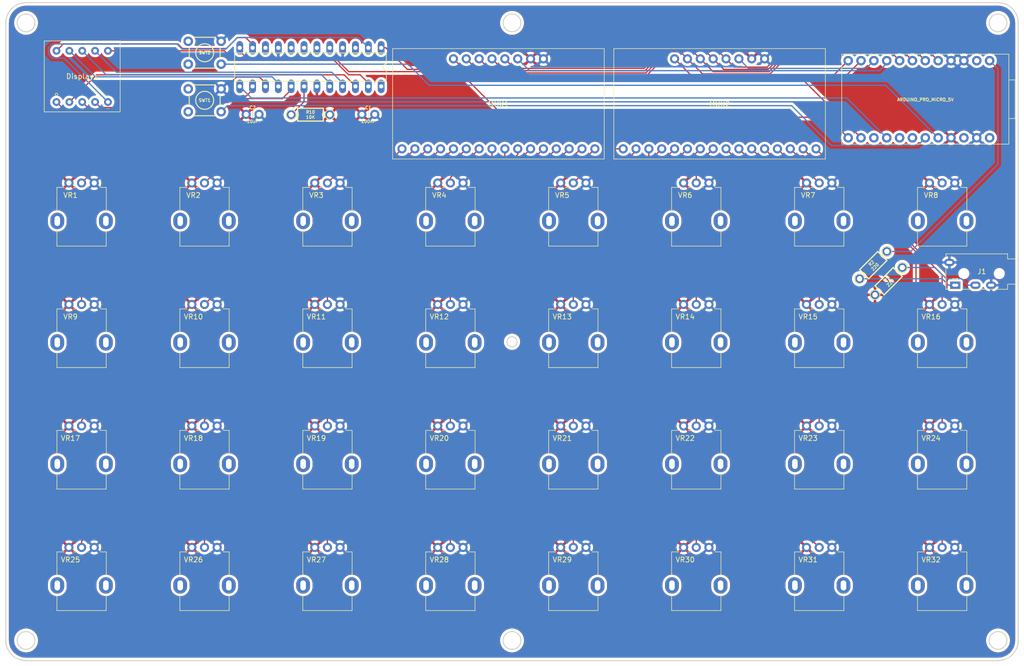
<source format=kicad_pcb>
(kicad_pcb (version 20171130) (host pcbnew "(5.1.2-1)-1")
  (title_block (title N32B) (rev V0.1) (company Shik) (comment 1 Shik.Tech))
  (layers (0 F.Cu signal) (31 B.Cu signal) (34 B.Paste user) (35 F.Paste user) (36 B.SilkS user) (37 F.SilkS user) (38 B.Mask user) (39 F.Mask user) (44 Edge.Cuts user))
  (net 0 "")
  (net 1 GND)
  (net 2 SWT1)
  (net 3 SWT2)
  (net 4 S0)
  (net 5 S1)
  (net 6 S2)
  (net 7 S3)
  (net 8 MUX1)
  (net 9 MUX2)
  (net 10 ENMUX1)
  (net 11 ENMUX2)
  (net 12 VCC)
  (net 13 "Net-(B1-Pad24)")
  (net 14 DIG1)
  (net 15 SEGG)
  (net 16 SEGB)
  (net 17 SEGDP)
  (net 18 SEGC)
  (net 19 SEGA)
  (net 20 SEGE)
  (net 21 SEGF)
  (net 22 SEGD)
  (net 23 DIG0)
  (net 24 DIN)
  (net 25 "Net-(IC1-Pad3)")
  (net 26 "Net-(IC1-Pad5)")
  (net 27 "Net-(IC1-Pad6)")
  (net 28 "Net-(IC1-Pad7)")
  (net 29 "Net-(IC1-Pad8)")
  (net 30 "Net-(IC1-Pad10)")
  (net 31 CS)
  (net 32 CLK)
  (net 33 "Net-(IC1-Pad18)")
  (net 34 "Net-(IC1-Pad24)")
  (net 35 "Net-(B1-Pad2)")
  (net 36 "Net-(B1-Pad15)")
  (net 37 "Net-(B1-Pad22)")
  (net 38 R1)
  (net 39 R2)
  (net 40 R9)
  (net 41 R3)
  (net 42 R10)
  (net 43 R4)
  (net 44 R11)
  (net 45 R17)
  (net 46 R18)
  (net 47 R25)
  (net 48 R26)
  (net 49 R19)
  (net 50 R27)
  (net 51 R12)
  (net 52 R20)
  (net 53 R28)
  (net 54 R8)
  (net 55 R16)
  (net 56 R24)
  (net 57 R32)
  (net 58 R7)
  (net 59 R15)
  (net 60 R23)
  (net 61 R31)
  (net 62 R6)
  (net 63 R14)
  (net 64 R22)
  (net 65 R30)
  (net 66 R29)
  (net 67 R21)
  (net 68 R13)
  (net 69 R5)
  (net 70 "Net-(B1-Pad17)")
  (net 71 "Net-(B1-Pad18)")
  (net 72 TX0)
  (net 73 "Net-(J1-PadT)")
  (net 74 "Net-(J1-PadR1)")
  (module shik:SPARKFUN_PRO_MICRO (layer F.Cu) (at 210.058 41.402 270)
    (fp_text reference B1 hide)
    (fp_text value ARDUINO_PRO_MICRO_5V (at 0.08 -0.02 180) (layer F.SilkS) (effects (font (size 0.6096 0.6096) (thickness 0.127))))
    (pad 24 thru_hole circle (at 7.62 -12.7 270) (size 1.8796 1.8796) (drill 1.016) (layers *.Cu *.Mask) (net 13 "Net-(B1-Pad24)"))
    (pad 23 thru_hole circle (at 7.62 -10.16 270) (size 1.8796 1.8796) (drill 1.016) (layers *.Cu *.Mask) (net 1 GND))
    (pad 22 thru_hole circle (at 7.62 -7.62 270) (size 1.8796 1.8796) (drill 1.016) (layers *.Cu *.Mask) (net 37 "Net-(B1-Pad22)"))
    (pad 21 thru_hole circle (at 7.62 -5.08 270) (size 1.8796 1.8796) (drill 1.016) (layers *.Cu *.Mask) (net 12 VCC))
    (pad 20 thru_hole circle (at 7.62 -2.54 270) (size 1.8796 1.8796) (drill 1.016) (layers *.Cu *.Mask) (net 3 SWT2))
    (pad 19 thru_hole circle (at 7.62 0 270) (size 1.8796 1.8796) (drill 1.016) (layers *.Cu *.Mask) (net 2 SWT1))
    (pad 18 thru_hole circle (at 7.62 2.54 270) (size 1.8796 1.8796) (drill 1.016) (layers *.Cu *.Mask) (net 71 "Net-(B1-Pad18)"))
    (pad 17 thru_hole circle (at 7.62 5.08 270) (size 1.8796 1.8796) (drill 1.016) (layers *.Cu *.Mask) (net 70 "Net-(B1-Pad17)"))
    (pad 16 thru_hole circle (at 7.62 7.62 270) (size 1.8796 1.8796) (drill 1.016) (layers *.Cu *.Mask) (net 32 CLK))
    (pad 15 thru_hole circle (at 7.62 10.16 270) (size 1.8796 1.8796) (drill 1.016) (layers *.Cu *.Mask) (net 36 "Net-(B1-Pad15)"))
    (pad 14 thru_hole circle (at 7.62 12.7 270) (size 1.8796 1.8796) (drill 1.016) (layers *.Cu *.Mask) (net 24 DIN))
    (pad 13 thru_hole circle (at 7.62 15.24 270) (size 1.8796 1.8796) (drill 1.016) (layers *.Cu *.Mask) (net 31 CS))
    (pad 12 thru_hole circle (at -7.62 15.24 270) (size 1.8796 1.8796) (drill 1.016) (layers *.Cu *.Mask) (net 9 MUX2))
    (pad 11 thru_hole circle (at -7.62 12.7 270) (size 1.8796 1.8796) (drill 1.016) (layers *.Cu *.Mask) (net 8 MUX1))
    (pad 10 thru_hole circle (at -7.62 10.16 270) (size 1.8796 1.8796) (drill 1.016) (layers *.Cu *.Mask) (net 11 ENMUX2))
    (pad 9 thru_hole circle (at -7.62 7.62 270) (size 1.8796 1.8796) (drill 1.016) (layers *.Cu *.Mask) (net 10 ENMUX1))
    (pad 8 thru_hole circle (at -7.62 5.08 270) (size 1.8796 1.8796) (drill 1.016) (layers *.Cu *.Mask) (net 7 S3))
    (pad 7 thru_hole circle (at -7.62 2.54 270) (size 1.8796 1.8796) (drill 1.016) (layers *.Cu *.Mask) (net 6 S2))
    (pad 6 thru_hole circle (at -7.62 0 270) (size 1.8796 1.8796) (drill 1.016) (layers *.Cu *.Mask) (net 5 S1))
    (pad 5 thru_hole circle (at -7.62 -2.54 270) (size 1.8796 1.8796) (drill 1.016) (layers *.Cu *.Mask) (net 4 S0))
    (pad 4 thru_hole circle (at -7.62 -5.08 270) (size 1.8796 1.8796) (drill 1.016) (layers *.Cu *.Mask) (net 1 GND))
    (pad 3 thru_hole circle (at -7.62 -7.62 270) (size 1.8796 1.8796) (drill 1.016) (layers *.Cu *.Mask) (net 1 GND))
    (pad 2 thru_hole circle (at -7.62 -10.16 270) (size 1.8796 1.8796) (drill 1.016) (layers *.Cu *.Mask) (net 35 "Net-(B1-Pad2)"))
    (pad 1 thru_hole circle (at -7.62 -12.7 270) (size 1.8796 1.8796) (drill 1.016) (layers *.Cu *.Mask) (net 72 TX0))
  )
  (module shik:Jack_3.5mm_Horizontal (layer F.Cu) (at 221.218 75.438 270)
    (fp_text reference J1 (at 0 0) (layer F.SilkS))
    (fp_text value AudioJack4 hide)
    (pad "" np_thru_hole circle (at 0.4 3.55) (size 1.2 1.2) (drill 1.2) (layers *.Cu *.Mask))
    (pad "" np_thru_hole circle (at 0.4 -3.45) (size 1.2 1.2) (drill 1.2) (layers *.Cu *.Mask))
    (pad R2 thru_hole oval (at 2.7 -1.85) (size 2 1.4) (drill oval 1.2 0.6) (layers *.Cu *.Mask) (net 1 GND))
    (pad R1 thru_hole oval (at 2.7 1.25) (size 2 1.4) (drill oval 1.2 0.6) (layers *.Cu *.Mask) (net 74 "Net-(J1-PadR1)"))
    (pad T thru_hole rect (at 2.7 5.25) (size 2 1.4) (drill oval 1.2 0.6) (layers *.Cu *.Mask) (net 73 "Net-(J1-PadT)"))
    (pad S thru_hole oval (at -1.8 6.4) (size 2 1.4) (drill oval 1.2 0.6) (layers *.Cu *.Mask) (net 1 GND))
  )
  (module shik:CAP-PTH-2.54 (layer F.Cu) (at 77.168 44.386)
    (fp_text reference C2 (at 0 -1.3208) (layer F.SilkS) (effects (font (size 0.6096 0.6096) (thickness 0.127))))
    (fp_text value 10uF (at 0 1.397) (layer F.SilkS) (effects (font (size 0.6096 0.6096) (thickness 0.127))))
    (pad 1 thru_hole circle (at -1.27 0) (size 1.8 1.8) (drill 1) (layers *.Cu *.Mask) (net 12 VCC))
    (pad 2 thru_hole circle (at 1.27 0) (size 1.8 1.8) (drill 1) (layers *.Cu *.Mask) (net 1 GND))
  )
  (module shik:CAP-PTH-2.54 (layer F.Cu) (at 100.028 44.386)
    (fp_text reference C1 (at 0 -1.3208) (layer F.SilkS) (effects (font (size 0.6096 0.6096) (thickness 0.127))))
    (fp_text value 100nF (at 0 1.397) (layer F.SilkS) (effects (font (size 0.6096 0.6096) (thickness 0.127))))
    (pad 1 thru_hole circle (at -1.27 0) (size 1.8 1.8) (drill 1) (layers *.Cu *.Mask) (net 12 VCC))
    (pad 2 thru_hole circle (at 1.27 0) (size 1.8 1.8) (drill 1) (layers *.Cu *.Mask) (net 1 GND))
  )
  (module shik:16-CHANNEL-ANALOG-MULTIPLEXER (layer F.Cu) (at 125.73 42.306 180)
    (fp_text reference MUX1 (at 0 -0.064) (layer F.SilkS))
    (fp_text value 16-CHANNEL-ANALOG-MULTIPLEXER)
    (pad 9 thru_hole circle (at 19.05 -8.89) (size 1.8 1.8) (drill 1) (layers *.Cu *.Mask) (net 38 R1))
    (pad 10 thru_hole circle (at 16.51 -8.89) (size 1.8 1.8) (drill 1) (layers *.Cu *.Mask) (net 39 R2))
    (pad 11 thru_hole circle (at 13.97 -8.89) (size 1.8 1.8) (drill 1) (layers *.Cu *.Mask) (net 40 R9))
    (pad 12 thru_hole circle (at 11.43 -8.89) (size 1.8 1.8) (drill 1) (layers *.Cu *.Mask) (net 41 R3))
    (pad 8 thru_hole circle (at 8.89 8.89) (size 1.8 1.8) (drill 1) (layers *.Cu *.Mask) (net 8 MUX1))
    (pad 13 thru_hole circle (at 8.89 -8.89) (size 1.8 1.8) (drill 1) (layers *.Cu *.Mask) (net 42 R10))
    (pad 7 thru_hole circle (at 6.35 8.89) (size 1.8 1.8) (drill 1) (layers *.Cu *.Mask) (net 7 S3))
    (pad 14 thru_hole circle (at 6.35 -8.89) (size 1.8 1.8) (drill 1) (layers *.Cu *.Mask) (net 44 R11))
    (pad 6 thru_hole circle (at 3.81 8.89) (size 1.8 1.8) (drill 1) (layers *.Cu *.Mask) (net 6 S2))
    (pad 15 thru_hole circle (at 3.81 -8.89) (size 1.8 1.8) (drill 1) (layers *.Cu *.Mask) (net 43 R4))
    (pad 5 thru_hole circle (at 1.27 8.89) (size 1.8 1.8) (drill 1) (layers *.Cu *.Mask) (net 5 S1))
    (pad 16 thru_hole circle (at 1.27 -8.89) (size 1.8 1.8) (drill 1) (layers *.Cu *.Mask) (net 45 R17))
    (pad 4 thru_hole circle (at -1.27 8.89) (size 1.8 1.8) (drill 1) (layers *.Cu *.Mask) (net 4 S0))
    (pad 17 thru_hole circle (at -1.27 -8.89) (size 1.8 1.8) (drill 1) (layers *.Cu *.Mask) (net 46 R18))
    (pad 3 thru_hole circle (at -3.81 8.89) (size 1.8 1.8) (drill 1) (layers *.Cu *.Mask) (net 10 ENMUX1))
    (pad 18 thru_hole circle (at -3.81 -8.89) (size 1.8 1.8) (drill 1) (layers *.Cu *.Mask) (net 47 R25))
    (pad 2 thru_hole circle (at -6.35 8.89) (size 1.8 1.8) (drill 1) (layers *.Cu *.Mask) (net 12 VCC))
    (pad 19 thru_hole circle (at -6.35 -8.89) (size 1.8 1.8) (drill 1) (layers *.Cu *.Mask) (net 48 R26))
    (pad 1 thru_hole circle (at -8.89 8.89) (size 1.8 1.8) (drill 1) (layers *.Cu *.Mask) (net 1 GND))
    (pad 20 thru_hole circle (at -8.89 -8.89) (size 1.8 1.8) (drill 1) (layers *.Cu *.Mask) (net 49 R19))
    (pad 21 thru_hole circle (at -11.43 -8.89) (size 1.8 1.8) (drill 1) (layers *.Cu *.Mask) (net 50 R27))
    (pad 22 thru_hole circle (at -13.97 -8.89) (size 1.8 1.8) (drill 1) (layers *.Cu *.Mask) (net 51 R12))
    (pad 23 thru_hole circle (at -16.51 -8.89) (size 1.8 1.8) (drill 1) (layers *.Cu *.Mask) (net 52 R20))
    (pad 24 thru_hole circle (at -19.05 -8.89) (size 1.8 1.8) (drill 1) (layers *.Cu *.Mask) (net 53 R28))
  )
  (module shik:16-CHANNEL-ANALOG-MULTIPLEXER (layer F.Cu) (at 169.418 42.306 180)
    (fp_text reference MUX2 (at 0 -0.064 180) (layer F.SilkS))
    (fp_text value 16-CHANNEL-ANALOG-MULTIPLEXER)
    (pad 9 thru_hole circle (at 19.05 -8.89) (size 1.8 1.8) (drill 1) (layers *.Cu *.Mask) (net 69 R5))
    (pad 10 thru_hole circle (at 16.51 -8.89) (size 1.8 1.8) (drill 1) (layers *.Cu *.Mask) (net 68 R13))
    (pad 11 thru_hole circle (at 13.97 -8.89) (size 1.8 1.8) (drill 1) (layers *.Cu *.Mask) (net 67 R21))
    (pad 12 thru_hole circle (at 11.43 -8.89) (size 1.8 1.8) (drill 1) (layers *.Cu *.Mask) (net 66 R29))
    (pad 8 thru_hole circle (at 8.89 8.89) (size 1.8 1.8) (drill 1) (layers *.Cu *.Mask) (net 9 MUX2))
    (pad 13 thru_hole circle (at 8.89 -8.89) (size 1.8 1.8) (drill 1) (layers *.Cu *.Mask) (net 65 R30))
    (pad 7 thru_hole circle (at 6.35 8.89) (size 1.8 1.8) (drill 1) (layers *.Cu *.Mask) (net 7 S3))
    (pad 14 thru_hole circle (at 6.35 -8.89) (size 1.8 1.8) (drill 1) (layers *.Cu *.Mask) (net 64 R22))
    (pad 6 thru_hole circle (at 3.81 8.89) (size 1.8 1.8) (drill 1) (layers *.Cu *.Mask) (net 6 S2))
    (pad 15 thru_hole circle (at 3.81 -8.89) (size 1.8 1.8) (drill 1) (layers *.Cu *.Mask) (net 63 R14))
    (pad 5 thru_hole circle (at 1.27 8.89) (size 1.8 1.8) (drill 1) (layers *.Cu *.Mask) (net 5 S1))
    (pad 16 thru_hole circle (at 1.27 -8.89) (size 1.8 1.8) (drill 1) (layers *.Cu *.Mask) (net 62 R6))
    (pad 4 thru_hole circle (at -1.27 8.89) (size 1.8 1.8) (drill 1) (layers *.Cu *.Mask) (net 4 S0))
    (pad 17 thru_hole circle (at -1.27 -8.89) (size 1.8 1.8) (drill 1) (layers *.Cu *.Mask) (net 61 R31))
    (pad 3 thru_hole circle (at -3.81 8.89) (size 1.8 1.8) (drill 1) (layers *.Cu *.Mask) (net 11 ENMUX2))
    (pad 18 thru_hole circle (at -3.81 -8.89) (size 1.8 1.8) (drill 1) (layers *.Cu *.Mask) (net 60 R23))
    (pad 2 thru_hole circle (at -6.35 8.89) (size 1.8 1.8) (drill 1) (layers *.Cu *.Mask) (net 12 VCC))
    (pad 19 thru_hole circle (at -6.35 -8.89) (size 1.8 1.8) (drill 1) (layers *.Cu *.Mask) (net 59 R15))
    (pad 1 thru_hole circle (at -8.89 8.89) (size 1.8 1.8) (drill 1) (layers *.Cu *.Mask) (net 1 GND))
    (pad 20 thru_hole circle (at -8.89 -8.89) (size 1.8 1.8) (drill 1) (layers *.Cu *.Mask) (net 58 R7))
    (pad 21 thru_hole circle (at -11.43 -8.89) (size 1.8 1.8) (drill 1) (layers *.Cu *.Mask) (net 57 R32))
    (pad 22 thru_hole circle (at -13.97 -8.89) (size 1.8 1.8) (drill 1) (layers *.Cu *.Mask) (net 56 R24))
    (pad 23 thru_hole circle (at -16.51 -8.89) (size 1.8 1.8) (drill 1) (layers *.Cu *.Mask) (net 55 R16))
    (pad 24 thru_hole circle (at -19.05 -8.89) (size 1.8 1.8) (drill 1) (layers *.Cu *.Mask) (net 54 R8))
  )
  (module shik:Potentiometer_R09_B103_Single_Vertical (layer F.Cu) (at 213.382001 137.44 270)
    (fp_text reference VR32 (at -5.07 2.19 180) (layer F.SilkS))
    (fp_text value 10k)
    (pad 1 thru_hole circle (at -7.5 -2.5) (size 1.8 1.8) (drill 1) (layers *.Cu *.Mask) (net 1 GND))
    (pad 2 thru_hole circle (at -7.5 0) (size 1.8 1.8) (drill 1) (layers *.Cu *.Mask) (net 57 R32))
    (pad 3 thru_hole circle (at -7.5 2.5) (size 1.8 1.8) (drill 1) (layers *.Cu *.Mask) (net 12 VCC))
    (pad "" thru_hole oval (at 0 4.8) (size 2.72 3.24) (drill oval 1.1 2) (layers *.Cu *.Mask))
    (pad "" thru_hole oval (at 0 -4.8) (size 2.72 3.24) (drill oval 1.1 2) (layers *.Cu *.Mask))
  )
  (module shik:Potentiometer_R09_B103_Single_Vertical (layer F.Cu) (at 189.096001 137.44 270)
    (fp_text reference VR31 (at -5.07 2.19 180) (layer F.SilkS))
    (fp_text value 10k)
    (pad 1 thru_hole circle (at -7.5 -2.5) (size 1.8 1.8) (drill 1) (layers *.Cu *.Mask) (net 1 GND))
    (pad 2 thru_hole circle (at -7.5 0) (size 1.8 1.8) (drill 1) (layers *.Cu *.Mask) (net 61 R31))
    (pad 3 thru_hole circle (at -7.5 2.5) (size 1.8 1.8) (drill 1) (layers *.Cu *.Mask) (net 12 VCC))
    (pad "" thru_hole oval (at 0 4.8) (size 2.72 3.24) (drill oval 1.1 2) (layers *.Cu *.Mask))
    (pad "" thru_hole oval (at 0 -4.8) (size 2.72 3.24) (drill oval 1.1 2) (layers *.Cu *.Mask))
  )
  (module shik:Potentiometer_R09_B103_Single_Vertical (layer F.Cu) (at 164.810001 137.44 270)
    (fp_text reference VR30 (at -5.07 2.19 180) (layer F.SilkS))
    (fp_text value 10k)
    (pad 1 thru_hole circle (at -7.5 -2.5) (size 1.8 1.8) (drill 1) (layers *.Cu *.Mask) (net 1 GND))
    (pad 2 thru_hole circle (at -7.5 0) (size 1.8 1.8) (drill 1) (layers *.Cu *.Mask) (net 65 R30))
    (pad 3 thru_hole circle (at -7.5 2.5) (size 1.8 1.8) (drill 1) (layers *.Cu *.Mask) (net 12 VCC))
    (pad "" thru_hole oval (at 0 4.8) (size 2.72 3.24) (drill oval 1.1 2) (layers *.Cu *.Mask))
    (pad "" thru_hole oval (at 0 -4.8) (size 2.72 3.24) (drill oval 1.1 2) (layers *.Cu *.Mask))
  )
  (module shik:Potentiometer_R09_B103_Single_Vertical (layer F.Cu) (at 140.524001 137.44 270)
    (fp_text reference VR29 (at -5.07 2.19 180) (layer F.SilkS))
    (fp_text value 10k)
    (pad 1 thru_hole circle (at -7.5 -2.5) (size 1.8 1.8) (drill 1) (layers *.Cu *.Mask) (net 1 GND))
    (pad 2 thru_hole circle (at -7.5 0) (size 1.8 1.8) (drill 1) (layers *.Cu *.Mask) (net 66 R29))
    (pad 3 thru_hole circle (at -7.5 2.5) (size 1.8 1.8) (drill 1) (layers *.Cu *.Mask) (net 12 VCC))
    (pad "" thru_hole oval (at 0 4.8) (size 2.72 3.24) (drill oval 1.1 2) (layers *.Cu *.Mask))
    (pad "" thru_hole oval (at 0 -4.8) (size 2.72 3.24) (drill oval 1.1 2) (layers *.Cu *.Mask))
  )
  (module shik:Potentiometer_R09_B103_Single_Vertical (layer F.Cu) (at 116.238002 137.44 270)
    (fp_text reference VR28 (at -5.07 2.19 180) (layer F.SilkS))
    (fp_text value 10k)
    (pad 1 thru_hole circle (at -7.5 -2.5) (size 1.8 1.8) (drill 1) (layers *.Cu *.Mask) (net 1 GND))
    (pad 2 thru_hole circle (at -7.5 0) (size 1.8 1.8) (drill 1) (layers *.Cu *.Mask) (net 53 R28))
    (pad 3 thru_hole circle (at -7.5 2.5) (size 1.8 1.8) (drill 1) (layers *.Cu *.Mask) (net 12 VCC))
    (pad "" thru_hole oval (at 0 4.8) (size 2.72 3.24) (drill oval 1.1 2) (layers *.Cu *.Mask))
    (pad "" thru_hole oval (at 0 -4.8) (size 2.72 3.24) (drill oval 1.1 2) (layers *.Cu *.Mask))
  )
  (module shik:Potentiometer_R09_B103_Single_Vertical (layer F.Cu) (at 91.952001 137.44 270)
    (fp_text reference VR27 (at -5.07 2.19 180) (layer F.SilkS))
    (fp_text value 10k)
    (pad 1 thru_hole circle (at -7.5 -2.5) (size 1.8 1.8) (drill 1) (layers *.Cu *.Mask) (net 1 GND))
    (pad 2 thru_hole circle (at -7.5 0) (size 1.8 1.8) (drill 1) (layers *.Cu *.Mask) (net 50 R27))
    (pad 3 thru_hole circle (at -7.5 2.5) (size 1.8 1.8) (drill 1) (layers *.Cu *.Mask) (net 12 VCC))
    (pad "" thru_hole oval (at 0 4.8) (size 2.72 3.24) (drill oval 1.1 2) (layers *.Cu *.Mask))
    (pad "" thru_hole oval (at 0 -4.8) (size 2.72 3.24) (drill oval 1.1 2) (layers *.Cu *.Mask))
  )
  (module shik:Potentiometer_R09_B103_Single_Vertical (layer F.Cu) (at 67.666001 137.44 270)
    (fp_text reference VR26 (at -5.07 2.19 180) (layer F.SilkS))
    (fp_text value 10k)
    (pad 1 thru_hole circle (at -7.5 -2.5) (size 1.8 1.8) (drill 1) (layers *.Cu *.Mask) (net 1 GND))
    (pad 2 thru_hole circle (at -7.5 0) (size 1.8 1.8) (drill 1) (layers *.Cu *.Mask) (net 48 R26))
    (pad 3 thru_hole circle (at -7.5 2.5) (size 1.8 1.8) (drill 1) (layers *.Cu *.Mask) (net 12 VCC))
    (pad "" thru_hole oval (at 0 4.8) (size 2.72 3.24) (drill oval 1.1 2) (layers *.Cu *.Mask))
    (pad "" thru_hole oval (at 0 -4.8) (size 2.72 3.24) (drill oval 1.1 2) (layers *.Cu *.Mask))
  )
  (module shik:Potentiometer_R09_B103_Single_Vertical (layer F.Cu) (at 213.382001 113.439999 270)
    (fp_text reference VR24 (at -5.07 2.19 180) (layer F.SilkS))
    (fp_text value 10k)
    (pad 1 thru_hole circle (at -7.5 -2.5) (size 1.8 1.8) (drill 1) (layers *.Cu *.Mask) (net 1 GND))
    (pad 2 thru_hole circle (at -7.5 0) (size 1.8 1.8) (drill 1) (layers *.Cu *.Mask) (net 56 R24))
    (pad 3 thru_hole circle (at -7.5 2.5) (size 1.8 1.8) (drill 1) (layers *.Cu *.Mask) (net 12 VCC))
    (pad "" thru_hole oval (at 0 4.8) (size 2.72 3.24) (drill oval 1.1 2) (layers *.Cu *.Mask))
    (pad "" thru_hole oval (at 0 -4.8) (size 2.72 3.24) (drill oval 1.1 2) (layers *.Cu *.Mask))
  )
  (module shik:Potentiometer_R09_B103_Single_Vertical (layer F.Cu) (at 189.096001 113.439999 270)
    (fp_text reference VR23 (at -5.07 2.19 180) (layer F.SilkS))
    (fp_text value 10k)
    (pad 1 thru_hole circle (at -7.5 -2.5) (size 1.8 1.8) (drill 1) (layers *.Cu *.Mask) (net 1 GND))
    (pad 2 thru_hole circle (at -7.5 0) (size 1.8 1.8) (drill 1) (layers *.Cu *.Mask) (net 60 R23))
    (pad 3 thru_hole circle (at -7.5 2.5) (size 1.8 1.8) (drill 1) (layers *.Cu *.Mask) (net 12 VCC))
    (pad "" thru_hole oval (at 0 4.8) (size 2.72 3.24) (drill oval 1.1 2) (layers *.Cu *.Mask))
    (pad "" thru_hole oval (at 0 -4.8) (size 2.72 3.24) (drill oval 1.1 2) (layers *.Cu *.Mask))
  )
  (module shik:Potentiometer_R09_B103_Single_Vertical (layer F.Cu) (at 164.810001 113.439999 270)
    (fp_text reference VR22 (at -5.07 2.19 180) (layer F.SilkS))
    (fp_text value 10k)
    (pad 1 thru_hole circle (at -7.5 -2.5) (size 1.8 1.8) (drill 1) (layers *.Cu *.Mask) (net 1 GND))
    (pad 2 thru_hole circle (at -7.5 0) (size 1.8 1.8) (drill 1) (layers *.Cu *.Mask) (net 64 R22))
    (pad 3 thru_hole circle (at -7.5 2.5) (size 1.8 1.8) (drill 1) (layers *.Cu *.Mask) (net 12 VCC))
    (pad "" thru_hole oval (at 0 4.8) (size 2.72 3.24) (drill oval 1.1 2) (layers *.Cu *.Mask))
    (pad "" thru_hole oval (at 0 -4.8) (size 2.72 3.24) (drill oval 1.1 2) (layers *.Cu *.Mask))
  )
  (module shik:Potentiometer_R09_B103_Single_Vertical (layer F.Cu) (at 140.524001 113.439999 270)
    (fp_text reference VR21 (at -5.07 2.19 180) (layer F.SilkS))
    (fp_text value 10k)
    (pad 1 thru_hole circle (at -7.5 -2.5) (size 1.8 1.8) (drill 1) (layers *.Cu *.Mask) (net 1 GND))
    (pad 2 thru_hole circle (at -7.5 0) (size 1.8 1.8) (drill 1) (layers *.Cu *.Mask) (net 67 R21))
    (pad 3 thru_hole circle (at -7.5 2.5) (size 1.8 1.8) (drill 1) (layers *.Cu *.Mask) (net 12 VCC))
    (pad "" thru_hole oval (at 0 4.8) (size 2.72 3.24) (drill oval 1.1 2) (layers *.Cu *.Mask))
    (pad "" thru_hole oval (at 0 -4.8) (size 2.72 3.24) (drill oval 1.1 2) (layers *.Cu *.Mask))
  )
  (module shik:Potentiometer_R09_B103_Single_Vertical (layer F.Cu) (at 116.238002 113.439999 270)
    (fp_text reference VR20 (at -5.07 2.19 180) (layer F.SilkS))
    (fp_text value 10k)
    (pad 1 thru_hole circle (at -7.5 -2.5) (size 1.8 1.8) (drill 1) (layers *.Cu *.Mask) (net 1 GND))
    (pad 2 thru_hole circle (at -7.5 0) (size 1.8 1.8) (drill 1) (layers *.Cu *.Mask) (net 52 R20))
    (pad 3 thru_hole circle (at -7.5 2.5) (size 1.8 1.8) (drill 1) (layers *.Cu *.Mask) (net 12 VCC))
    (pad "" thru_hole oval (at 0 4.8) (size 2.72 3.24) (drill oval 1.1 2) (layers *.Cu *.Mask))
    (pad "" thru_hole oval (at 0 -4.8) (size 2.72 3.24) (drill oval 1.1 2) (layers *.Cu *.Mask))
  )
  (module shik:Potentiometer_R09_B103_Single_Vertical (layer F.Cu) (at 91.952001 113.439999 270)
    (fp_text reference VR19 (at -5.07 2.19 180) (layer F.SilkS))
    (fp_text value 10k)
    (pad 1 thru_hole circle (at -7.5 -2.5) (size 1.8 1.8) (drill 1) (layers *.Cu *.Mask) (net 1 GND))
    (pad 2 thru_hole circle (at -7.5 0) (size 1.8 1.8) (drill 1) (layers *.Cu *.Mask) (net 49 R19))
    (pad 3 thru_hole circle (at -7.5 2.5) (size 1.8 1.8) (drill 1) (layers *.Cu *.Mask) (net 12 VCC))
    (pad "" thru_hole oval (at 0 4.8) (size 2.72 3.24) (drill oval 1.1 2) (layers *.Cu *.Mask))
    (pad "" thru_hole oval (at 0 -4.8) (size 2.72 3.24) (drill oval 1.1 2) (layers *.Cu *.Mask))
  )
  (module shik:Potentiometer_R09_B103_Single_Vertical (layer F.Cu) (at 67.666001 113.439999 270)
    (fp_text reference VR18 (at -5.07 2.19 180) (layer F.SilkS))
    (fp_text value 10k)
    (pad 1 thru_hole circle (at -7.5 -2.5) (size 1.8 1.8) (drill 1) (layers *.Cu *.Mask) (net 1 GND))
    (pad 2 thru_hole circle (at -7.5 0) (size 1.8 1.8) (drill 1) (layers *.Cu *.Mask) (net 46 R18))
    (pad 3 thru_hole circle (at -7.5 2.5) (size 1.8 1.8) (drill 1) (layers *.Cu *.Mask) (net 12 VCC))
    (pad "" thru_hole oval (at 0 4.8) (size 2.72 3.24) (drill oval 1.1 2) (layers *.Cu *.Mask))
    (pad "" thru_hole oval (at 0 -4.8) (size 2.72 3.24) (drill oval 1.1 2) (layers *.Cu *.Mask))
  )
  (module shik:Potentiometer_R09_B103_Single_Vertical (layer F.Cu) (at 43.380001 113.439999 270)
    (fp_text reference VR17 (at -5.07 2.19 180) (layer F.SilkS))
    (fp_text value 10k)
    (pad 1 thru_hole circle (at -7.5 -2.5) (size 1.8 1.8) (drill 1) (layers *.Cu *.Mask) (net 1 GND))
    (pad 2 thru_hole circle (at -7.5 0) (size 1.8 1.8) (drill 1) (layers *.Cu *.Mask) (net 45 R17))
    (pad 3 thru_hole circle (at -7.5 2.5) (size 1.8 1.8) (drill 1) (layers *.Cu *.Mask) (net 12 VCC))
    (pad "" thru_hole oval (at 0 4.8) (size 2.72 3.24) (drill oval 1.1 2) (layers *.Cu *.Mask))
    (pad "" thru_hole oval (at 0 -4.8) (size 2.72 3.24) (drill oval 1.1 2) (layers *.Cu *.Mask))
  )
  (module shik:Potentiometer_R09_B103_Single_Vertical (layer F.Cu) (at 213.382001 89.439999 270)
    (fp_text reference VR16 (at -5.07 2.19 180) (layer F.SilkS))
    (fp_text value 10k)
    (pad 1 thru_hole circle (at -7.5 -2.5) (size 1.8 1.8) (drill 1) (layers *.Cu *.Mask) (net 1 GND))
    (pad 2 thru_hole circle (at -7.5 0) (size 1.8 1.8) (drill 1) (layers *.Cu *.Mask) (net 55 R16))
    (pad 3 thru_hole circle (at -7.5 2.5) (size 1.8 1.8) (drill 1) (layers *.Cu *.Mask) (net 12 VCC))
    (pad "" thru_hole oval (at 0 4.8) (size 2.72 3.24) (drill oval 1.1 2) (layers *.Cu *.Mask))
    (pad "" thru_hole oval (at 0 -4.8) (size 2.72 3.24) (drill oval 1.1 2) (layers *.Cu *.Mask))
  )
  (module shik:Potentiometer_R09_B103_Single_Vertical (layer F.Cu) (at 189.096001 89.439999 270)
    (fp_text reference VR15 (at -5.07 2.19 180) (layer F.SilkS))
    (fp_text value 10k)
    (pad 1 thru_hole circle (at -7.5 -2.5) (size 1.8 1.8) (drill 1) (layers *.Cu *.Mask) (net 1 GND))
    (pad 2 thru_hole circle (at -7.5 0) (size 1.8 1.8) (drill 1) (layers *.Cu *.Mask) (net 59 R15))
    (pad 3 thru_hole circle (at -7.5 2.5) (size 1.8 1.8) (drill 1) (layers *.Cu *.Mask) (net 12 VCC))
    (pad "" thru_hole oval (at 0 4.8) (size 2.72 3.24) (drill oval 1.1 2) (layers *.Cu *.Mask))
    (pad "" thru_hole oval (at 0 -4.8) (size 2.72 3.24) (drill oval 1.1 2) (layers *.Cu *.Mask))
  )
  (module shik:Potentiometer_R09_B103_Single_Vertical (layer F.Cu) (at 164.810001 89.439999 270)
    (fp_text reference VR14 (at -5.07 2.19 180) (layer F.SilkS))
    (fp_text value 10k)
    (pad 1 thru_hole circle (at -7.5 -2.5) (size 1.8 1.8) (drill 1) (layers *.Cu *.Mask) (net 1 GND))
    (pad 2 thru_hole circle (at -7.5 0) (size 1.8 1.8) (drill 1) (layers *.Cu *.Mask) (net 63 R14))
    (pad 3 thru_hole circle (at -7.5 2.5) (size 1.8 1.8) (drill 1) (layers *.Cu *.Mask) (net 12 VCC))
    (pad "" thru_hole oval (at 0 4.8) (size 2.72 3.24) (drill oval 1.1 2) (layers *.Cu *.Mask))
    (pad "" thru_hole oval (at 0 -4.8) (size 2.72 3.24) (drill oval 1.1 2) (layers *.Cu *.Mask))
  )
  (module shik:Potentiometer_R09_B103_Single_Vertical (layer F.Cu) (at 140.524001 89.439999 270)
    (fp_text reference VR13 (at -5.07 2.19 180) (layer F.SilkS))
    (fp_text value 10k)
    (pad 1 thru_hole circle (at -7.5 -2.5) (size 1.8 1.8) (drill 1) (layers *.Cu *.Mask) (net 1 GND))
    (pad 2 thru_hole circle (at -7.5 0) (size 1.8 1.8) (drill 1) (layers *.Cu *.Mask) (net 68 R13))
    (pad 3 thru_hole circle (at -7.5 2.5) (size 1.8 1.8) (drill 1) (layers *.Cu *.Mask) (net 12 VCC))
    (pad "" thru_hole oval (at 0 4.8) (size 2.72 3.24) (drill oval 1.1 2) (layers *.Cu *.Mask))
    (pad "" thru_hole oval (at 0 -4.8) (size 2.72 3.24) (drill oval 1.1 2) (layers *.Cu *.Mask))
  )
  (module shik:Potentiometer_R09_B103_Single_Vertical (layer F.Cu) (at 116.238002 89.439999 270)
    (fp_text reference VR12 (at -5.07 2.19 180) (layer F.SilkS))
    (fp_text value 10k)
    (pad 1 thru_hole circle (at -7.5 -2.5) (size 1.8 1.8) (drill 1) (layers *.Cu *.Mask) (net 1 GND))
    (pad 2 thru_hole circle (at -7.5 0) (size 1.8 1.8) (drill 1) (layers *.Cu *.Mask) (net 51 R12))
    (pad 3 thru_hole circle (at -7.5 2.5) (size 1.8 1.8) (drill 1) (layers *.Cu *.Mask) (net 12 VCC))
    (pad "" thru_hole oval (at 0 4.8) (size 2.72 3.24) (drill oval 1.1 2) (layers *.Cu *.Mask))
    (pad "" thru_hole oval (at 0 -4.8) (size 2.72 3.24) (drill oval 1.1 2) (layers *.Cu *.Mask))
  )
  (module shik:Potentiometer_R09_B103_Single_Vertical (layer F.Cu) (at 91.952001 89.439999 270)
    (fp_text reference VR11 (at -5.07 2.19 180) (layer F.SilkS))
    (fp_text value 10k)
    (pad 1 thru_hole circle (at -7.5 -2.5) (size 1.8 1.8) (drill 1) (layers *.Cu *.Mask) (net 1 GND))
    (pad 2 thru_hole circle (at -7.5 0) (size 1.8 1.8) (drill 1) (layers *.Cu *.Mask) (net 44 R11))
    (pad 3 thru_hole circle (at -7.5 2.5) (size 1.8 1.8) (drill 1) (layers *.Cu *.Mask) (net 12 VCC))
    (pad "" thru_hole oval (at 0 4.8) (size 2.72 3.24) (drill oval 1.1 2) (layers *.Cu *.Mask))
    (pad "" thru_hole oval (at 0 -4.8) (size 2.72 3.24) (drill oval 1.1 2) (layers *.Cu *.Mask))
  )
  (module shik:Potentiometer_R09_B103_Single_Vertical (layer F.Cu) (at 67.666001 89.439999 270)
    (fp_text reference VR10 (at -5.07 2.19 180) (layer F.SilkS))
    (fp_text value 10k)
    (pad 1 thru_hole circle (at -7.5 -2.5) (size 1.8 1.8) (drill 1) (layers *.Cu *.Mask) (net 1 GND))
    (pad 2 thru_hole circle (at -7.5 0) (size 1.8 1.8) (drill 1) (layers *.Cu *.Mask) (net 42 R10))
    (pad 3 thru_hole circle (at -7.5 2.5) (size 1.8 1.8) (drill 1) (layers *.Cu *.Mask) (net 12 VCC))
    (pad "" thru_hole oval (at 0 4.8) (size 2.72 3.24) (drill oval 1.1 2) (layers *.Cu *.Mask))
    (pad "" thru_hole oval (at 0 -4.8) (size 2.72 3.24) (drill oval 1.1 2) (layers *.Cu *.Mask))
  )
  (module shik:Potentiometer_R09_B103_Single_Vertical (layer F.Cu) (at 43.380001 89.439999 270)
    (fp_text reference VR9 (at -5.07 2.19 180) (layer F.SilkS))
    (fp_text value 10k)
    (pad 1 thru_hole circle (at -7.5 -2.5) (size 1.8 1.8) (drill 1) (layers *.Cu *.Mask) (net 1 GND))
    (pad 2 thru_hole circle (at -7.5 0) (size 1.8 1.8) (drill 1) (layers *.Cu *.Mask) (net 40 R9))
    (pad 3 thru_hole circle (at -7.5 2.5) (size 1.8 1.8) (drill 1) (layers *.Cu *.Mask) (net 12 VCC))
    (pad "" thru_hole oval (at 0 4.8) (size 2.72 3.24) (drill oval 1.1 2) (layers *.Cu *.Mask))
    (pad "" thru_hole oval (at 0 -4.8) (size 2.72 3.24) (drill oval 1.1 2) (layers *.Cu *.Mask))
  )
  (module shik:Potentiometer_R09_B103_Single_Vertical (layer F.Cu) (at 213.382001 65.44 270)
    (fp_text reference VR8 (at -5.07 2.19 180) (layer F.SilkS))
    (fp_text value 10k)
    (pad 1 thru_hole circle (at -7.5 -2.5) (size 1.8 1.8) (drill 1) (layers *.Cu *.Mask) (net 1 GND))
    (pad 2 thru_hole circle (at -7.5 0) (size 1.8 1.8) (drill 1) (layers *.Cu *.Mask) (net 54 R8))
    (pad 3 thru_hole circle (at -7.5 2.5) (size 1.8 1.8) (drill 1) (layers *.Cu *.Mask) (net 12 VCC))
    (pad "" thru_hole oval (at 0 4.8) (size 2.72 3.24) (drill oval 1.1 2) (layers *.Cu *.Mask))
    (pad "" thru_hole oval (at 0 -4.8) (size 2.72 3.24) (drill oval 1.1 2) (layers *.Cu *.Mask))
  )
  (module shik:Potentiometer_R09_B103_Single_Vertical (layer F.Cu) (at 189.096001 65.44 270)
    (fp_text reference VR7 (at -5.07 2.19 180) (layer F.SilkS))
    (fp_text value 10k)
    (pad 1 thru_hole circle (at -7.5 -2.5) (size 1.8 1.8) (drill 1) (layers *.Cu *.Mask) (net 1 GND))
    (pad 2 thru_hole circle (at -7.5 0) (size 1.8 1.8) (drill 1) (layers *.Cu *.Mask) (net 58 R7))
    (pad 3 thru_hole circle (at -7.5 2.5) (size 1.8 1.8) (drill 1) (layers *.Cu *.Mask) (net 12 VCC))
    (pad "" thru_hole oval (at 0 4.8) (size 2.72 3.24) (drill oval 1.1 2) (layers *.Cu *.Mask))
    (pad "" thru_hole oval (at 0 -4.8) (size 2.72 3.24) (drill oval 1.1 2) (layers *.Cu *.Mask))
  )
  (module shik:Potentiometer_R09_B103_Single_Vertical (layer F.Cu) (at 164.810001 65.44 270)
    (fp_text reference VR6 (at -5.07 2.19 180) (layer F.SilkS))
    (fp_text value 10k)
    (pad 1 thru_hole circle (at -7.5 -2.5) (size 1.8 1.8) (drill 1) (layers *.Cu *.Mask) (net 1 GND))
    (pad 2 thru_hole circle (at -7.5 0) (size 1.8 1.8) (drill 1) (layers *.Cu *.Mask) (net 62 R6))
    (pad 3 thru_hole circle (at -7.5 2.5) (size 1.8 1.8) (drill 1) (layers *.Cu *.Mask) (net 12 VCC))
    (pad "" thru_hole oval (at 0 4.8) (size 2.72 3.24) (drill oval 1.1 2) (layers *.Cu *.Mask))
    (pad "" thru_hole oval (at 0 -4.8) (size 2.72 3.24) (drill oval 1.1 2) (layers *.Cu *.Mask))
  )
  (module shik:Potentiometer_R09_B103_Single_Vertical (layer F.Cu) (at 140.524001 65.44 270)
    (fp_text reference VR5 (at -5.07 2.19 180) (layer F.SilkS))
    (fp_text value 10k)
    (pad 1 thru_hole circle (at -7.5 -2.5) (size 1.8 1.8) (drill 1) (layers *.Cu *.Mask) (net 1 GND))
    (pad 2 thru_hole circle (at -7.5 0) (size 1.8 1.8) (drill 1) (layers *.Cu *.Mask) (net 69 R5))
    (pad 3 thru_hole circle (at -7.5 2.5) (size 1.8 1.8) (drill 1) (layers *.Cu *.Mask) (net 12 VCC))
    (pad "" thru_hole oval (at 0 4.8) (size 2.72 3.24) (drill oval 1.1 2) (layers *.Cu *.Mask))
    (pad "" thru_hole oval (at 0 -4.8) (size 2.72 3.24) (drill oval 1.1 2) (layers *.Cu *.Mask))
  )
  (module shik:Potentiometer_R09_B103_Single_Vertical (layer F.Cu) (at 116.238002 65.44 270)
    (fp_text reference VR4 (at -5.07 2.19 180) (layer F.SilkS))
    (fp_text value 10k)
    (pad 1 thru_hole circle (at -7.5 -2.5) (size 1.8 1.8) (drill 1) (layers *.Cu *.Mask) (net 1 GND))
    (pad 2 thru_hole circle (at -7.5 0) (size 1.8 1.8) (drill 1) (layers *.Cu *.Mask) (net 43 R4))
    (pad 3 thru_hole circle (at -7.5 2.5) (size 1.8 1.8) (drill 1) (layers *.Cu *.Mask) (net 12 VCC))
    (pad "" thru_hole oval (at 0 4.8) (size 2.72 3.24) (drill oval 1.1 2) (layers *.Cu *.Mask))
    (pad "" thru_hole oval (at 0 -4.8) (size 2.72 3.24) (drill oval 1.1 2) (layers *.Cu *.Mask))
  )
  (module shik:Potentiometer_R09_B103_Single_Vertical (layer F.Cu) (at 67.666001 65.44 270)
    (fp_text reference VR2 (at -5.07 2.19 180) (layer F.SilkS))
    (fp_text value 10k)
    (pad 1 thru_hole circle (at -7.5 -2.5) (size 1.8 1.8) (drill 1) (layers *.Cu *.Mask) (net 1 GND))
    (pad 2 thru_hole circle (at -7.5 0) (size 1.8 1.8) (drill 1) (layers *.Cu *.Mask) (net 39 R2))
    (pad 3 thru_hole circle (at -7.5 2.5) (size 1.8 1.8) (drill 1) (layers *.Cu *.Mask) (net 12 VCC))
    (pad "" thru_hole oval (at 0 4.8) (size 2.72 3.24) (drill oval 1.1 2) (layers *.Cu *.Mask))
    (pad "" thru_hole oval (at 0 -4.8) (size 2.72 3.24) (drill oval 1.1 2) (layers *.Cu *.Mask))
  )
  (module shik:Potentiometer_R09_B103_Single_Vertical (layer F.Cu) (at 91.952001 65.44 270)
    (fp_text reference VR3 (at -5.07 2.19 180) (layer F.SilkS))
    (fp_text value 10k)
    (pad 1 thru_hole circle (at -7.5 -2.5) (size 1.8 1.8) (drill 1) (layers *.Cu *.Mask) (net 1 GND))
    (pad 2 thru_hole circle (at -7.5 0) (size 1.8 1.8) (drill 1) (layers *.Cu *.Mask) (net 41 R3))
    (pad 3 thru_hole circle (at -7.5 2.5) (size 1.8 1.8) (drill 1) (layers *.Cu *.Mask) (net 12 VCC))
    (pad "" thru_hole oval (at 0 4.8) (size 2.72 3.24) (drill oval 1.1 2) (layers *.Cu *.Mask))
    (pad "" thru_hole oval (at 0 -4.8) (size 2.72 3.24) (drill oval 1.1 2) (layers *.Cu *.Mask))
  )
  (module shik:Potentiometer_R09_B103_Single_Vertical (layer F.Cu) (at 43.380001 137.44 270)
    (fp_text reference VR25 (at -5.07 2.19 180) (layer F.SilkS))
    (fp_text value 10k)
    (pad 1 thru_hole circle (at -7.5 -2.5) (size 1.8 1.8) (drill 1) (layers *.Cu *.Mask) (net 1 GND))
    (pad 2 thru_hole circle (at -7.5 0) (size 1.8 1.8) (drill 1) (layers *.Cu *.Mask) (net 47 R25))
    (pad 3 thru_hole circle (at -7.5 2.5) (size 1.8 1.8) (drill 1) (layers *.Cu *.Mask) (net 12 VCC))
    (pad "" thru_hole oval (at 0 4.8) (size 2.72 3.24) (drill oval 1.1 2) (layers *.Cu *.Mask))
    (pad "" thru_hole oval (at 0 -4.8) (size 2.72 3.24) (drill oval 1.1 2) (layers *.Cu *.Mask))
  )
  (module shik:Potentiometer_R09_B103_Single_Vertical (layer F.Cu) (at 43.380001 65.44 270)
    (fp_text reference VR1 (at -5.07 2.19 180) (layer F.SilkS))
    (fp_text value 10k)
    (pad 1 thru_hole circle (at -7.5 -2.5) (size 1.8 1.8) (drill 1) (layers *.Cu *.Mask) (net 1 GND))
    (pad 2 thru_hole circle (at -7.5 0) (size 1.8 1.8) (drill 1) (layers *.Cu *.Mask) (net 38 R1))
    (pad 3 thru_hole circle (at -7.5 2.5) (size 1.8 1.8) (drill 1) (layers *.Cu *.Mask) (net 12 VCC))
    (pad "" thru_hole oval (at 0 4.8) (size 2.72 3.24) (drill oval 1.1 2) (layers *.Cu *.Mask))
    (pad "" thru_hole oval (at 0 -4.8) (size 2.72 3.24) (drill oval 1.1 2) (layers *.Cu *.Mask))
  )
  (module MountingHole:MountingHole_3.2mm_M3 (layer F.Cu) (at 128.416 148.312)
    (fp_text reference H6 hide)
    (fp_text value MountingHole)
    (pad 1 np_thru_hole circle (at 0 0) (size 3.2 3.2) (drill 3.2) (layers *.Cu *.Mask))
  )
  (module MountingHole:MountingHole_3.2mm_M3 (layer F.Cu) (at 128.416 26.312)
    (fp_text reference H5 hide)
    (fp_text value MountingHole)
    (pad 1 np_thru_hole circle (at 0 0) (size 3.2 3.2) (drill 3.2) (layers *.Cu *.Mask))
  )
  (module MountingHole:MountingHole_3.2mm_M3 (layer F.Cu) (at 224.416 148.312)
    (fp_text reference H4 hide)
    (fp_text value MountingHole)
    (pad 1 np_thru_hole circle (at 0 0) (size 3.2 3.2) (drill 3.2) (layers *.Cu *.Mask))
  )
  (module MountingHole:MountingHole_3.2mm_M3 (layer F.Cu) (at 32.416 148.312)
    (fp_text reference H3 hide)
    (fp_text value MountingHole)
    (pad 1 np_thru_hole circle (at 0 0) (size 3.2 3.2) (drill 3.2) (layers *.Cu *.Mask))
  )
  (module MountingHole:MountingHole_3.2mm_M3 (layer F.Cu) (at 224.416 26.312)
    (fp_text reference H2 hide)
    (fp_text value MountingHole)
    (pad 1 np_thru_hole circle (at 0 0) (size 3.2 3.2) (drill 3.2) (layers *.Cu *.Mask))
  )
  (module MountingHole:MountingHole_3.2mm_M3 (layer F.Cu) (at 32.416 26.312)
    (fp_text reference H1 hide)
    (fp_text value MountingHole)
    (pad 1 np_thru_hole circle (at 0 0) (size 3.2 3.2) (drill 3.2) (layers *.Cu *.Mask))
  )
  (module Resistors:AXIAL-0.3-KIT (layer F.Cu) (at 199.771 74.168 45)
    (fp_text reference R2 (at 0 -0.508 45) (layer F.SilkS) (effects (font (size 0.6096 0.6096) (thickness 0.127))))
    (fp_text value 220 (at 0 0.508 45) (layer F.SilkS) (effects (font (size 0.6096 0.6096) (thickness 0.127))))
    (pad P$2 thru_hole circle (at 3.81 0 45) (size 2.032 2.032) (drill 1.016) (layers *.Cu *.Mask) (net 72 TX0))
    (pad P$1 thru_hole circle (at -3.81 0 45) (size 2.032 2.032) (drill 1.016) (layers *.Cu *.Mask) (net 73 "Net-(J1-PadT)"))
  )
  (module Resistors:AXIAL-0.3-KIT (layer F.Cu) (at 202.819 77.343 225)
    (fp_text reference R1 (at 0 0.508 45) (layer F.SilkS) (effects (font (size 0.6096 0.6096) (thickness 0.127))))
    (fp_text value 220 (at 0 -0.508 45) (layer F.SilkS) (effects (font (size 0.6096 0.6096) (thickness 0.127))))
    (pad P$2 thru_hole circle (at 3.81 0 225) (size 2.032 2.032) (drill 1.016) (layers *.Cu *.Mask) (net 12 VCC))
    (pad P$1 thru_hole circle (at -3.81 0 225) (size 2.032 2.032) (drill 1.016) (layers *.Cu *.Mask) (net 74 "Net-(J1-PadR1)"))
  )
  (module shik:7-Segment-2-Digits-0.36inch (layer F.Cu) (at 43.508 36.892)
    (fp_text reference Display1 (at 0 0 180) (layer F.SilkS))
    (fp_text value 7-segment-2digit-0.36inch-display hide)
    (pad 5 thru_hole circle (at 5.08 5.06) (size 1.524 1.524) (drill 0.762) (layers *.Cu *.Mask) (net 23 DIG0))
    (pad 6 thru_hole circle (at 5.08 -5.06) (size 1.524 1.524) (drill 0.762) (layers *.Cu *.Mask) (net 22 SEGD))
    (pad 4 thru_hole circle (at 2.54 5.06) (size 1.524 1.524) (drill 0.762) (layers *.Cu *.Mask) (net 21 SEGF))
    (pad 7 thru_hole circle (at 2.54 -5.06) (size 1.524 1.524) (drill 0.762) (layers *.Cu *.Mask) (net 20 SEGE))
    (pad 3 thru_hole circle (at 0 5.06) (size 1.524 1.524) (drill 0.762) (layers *.Cu *.Mask) (net 19 SEGA))
    (pad 8 thru_hole circle (at 0 -5.06) (size 1.524 1.524) (drill 0.762) (layers *.Cu *.Mask) (net 18 SEGC))
    (pad 2 thru_hole circle (at -2.54 5.06) (size 1.524 1.524) (drill 0.762) (layers *.Cu *.Mask) (net 17 SEGDP))
    (pad 9 thru_hole circle (at -2.54 -5.06) (size 1.524 1.524) (drill 0.762) (layers *.Cu *.Mask) (net 16 SEGB))
    (pad 1 thru_hole circle (at -5.08 5.06) (size 1.524 1.524) (drill 0.762) (layers *.Cu *.Mask) (net 15 SEGG))
    (pad 10 thru_hole circle (at -5.08 -5.06) (size 1.524 1.524) (drill 0.762) (layers *.Cu *.Mask) (net 14 DIG1))
  )
  (module MAX7219CNG:DIL24-3 (layer F.Cu) (at 88.598 35.052 180)
    (fp_text reference IC1 (at 9.95 0 180) (layer F.SilkS) (effects (font (size 1.401346 1.401346) (thickness 0.015))))
    (fp_text value MAX7219CNG)
    (pad 24 thru_hole oval (at -13.97 -3.81 180) (size 1.3208 2.6416) (drill 0.8128) (layers *.Cu *.Mask) (net 34 "Net-(IC1-Pad24)"))
    (pad 23 thru_hole oval (at -11.43 -3.81 180) (size 1.3208 2.6416) (drill 0.8128) (layers *.Cu *.Mask) (net 22 SEGD))
    (pad 22 thru_hole oval (at -8.89 -3.81 180) (size 1.3208 2.6416) (drill 0.8128) (layers *.Cu *.Mask) (net 17 SEGDP))
    (pad 21 thru_hole oval (at -6.35 -3.81 180) (size 1.3208 2.6416) (drill 0.8128) (layers *.Cu *.Mask) (net 20 SEGE))
    (pad 20 thru_hole oval (at -3.81 -3.81 180) (size 1.3208 2.6416) (drill 0.8128) (layers *.Cu *.Mask) (net 18 SEGC))
    (pad 19 thru_hole oval (at -1.27 -3.81 180) (size 1.3208 2.6416) (drill 0.8128) (layers *.Cu *.Mask) (net 12 VCC))
    (pad 18 thru_hole oval (at 1.27 -3.81 180) (size 1.3208 2.6416) (drill 0.8128) (layers *.Cu *.Mask) (net 33 "Net-(IC1-Pad18)"))
    (pad 17 thru_hole oval (at 3.81 -3.81 180) (size 1.3208 2.6416) (drill 0.8128) (layers *.Cu *.Mask) (net 15 SEGG))
    (pad 16 thru_hole oval (at 6.35 -3.81 180) (size 1.3208 2.6416) (drill 0.8128) (layers *.Cu *.Mask) (net 16 SEGB))
    (pad 15 thru_hole oval (at 8.89 -3.81 180) (size 1.3208 2.6416) (drill 0.8128) (layers *.Cu *.Mask) (net 21 SEGF))
    (pad 14 thru_hole oval (at 11.43 -3.81 180) (size 1.3208 2.6416) (drill 0.8128) (layers *.Cu *.Mask) (net 19 SEGA))
    (pad 13 thru_hole oval (at 13.97 -3.81 180) (size 1.3208 2.6416) (drill 0.8128) (layers *.Cu *.Mask) (net 32 CLK))
    (pad 12 thru_hole oval (at 13.97 3.81 180) (size 1.3208 2.6416) (drill 0.8128) (layers *.Cu *.Mask) (net 31 CS))
    (pad 11 thru_hole oval (at 11.43 3.81 180) (size 1.3208 2.6416) (drill 0.8128) (layers *.Cu *.Mask) (net 14 DIG1))
    (pad 10 thru_hole oval (at 8.89 3.81 180) (size 1.3208 2.6416) (drill 0.8128) (layers *.Cu *.Mask) (net 30 "Net-(IC1-Pad10)"))
    (pad 9 thru_hole oval (at 6.35 3.81 180) (size 1.3208 2.6416) (drill 0.8128) (layers *.Cu *.Mask) (net 1 GND))
    (pad 8 thru_hole oval (at 3.81 3.81 180) (size 1.3208 2.6416) (drill 0.8128) (layers *.Cu *.Mask) (net 29 "Net-(IC1-Pad8)"))
    (pad 7 thru_hole oval (at 1.27 3.81 180) (size 1.3208 2.6416) (drill 0.8128) (layers *.Cu *.Mask) (net 28 "Net-(IC1-Pad7)"))
    (pad 6 thru_hole oval (at -1.27 3.81 180) (size 1.3208 2.6416) (drill 0.8128) (layers *.Cu *.Mask) (net 27 "Net-(IC1-Pad6)"))
    (pad 5 thru_hole oval (at -3.81 3.81 180) (size 1.3208 2.6416) (drill 0.8128) (layers *.Cu *.Mask) (net 26 "Net-(IC1-Pad5)"))
    (pad 4 thru_hole oval (at -6.35 3.81 180) (size 1.3208 2.6416) (drill 0.8128) (layers *.Cu *.Mask) (net 1 GND))
    (pad 3 thru_hole oval (at -8.89 3.81 180) (size 1.3208 2.6416) (drill 0.8128) (layers *.Cu *.Mask) (net 25 "Net-(IC1-Pad3)"))
    (pad 2 thru_hole oval (at -11.43 3.81 180) (size 1.3208 2.6416) (drill 0.8128) (layers *.Cu *.Mask) (net 23 DIG0))
    (pad 1 thru_hole oval (at -13.97 3.81 180) (size 1.3208 2.6416) (drill 0.8128) (layers *.Cu *.Mask) (net 24 DIN))
  )
  (module Resistors:AXIAL-0.3-KIT (layer F.Cu) (at 88.598 44.446 180)
    (fp_text reference R10 (at 0 0.504) (layer F.SilkS) (effects (font (size 0.6096 0.6096) (thickness 0.127))))
    (fp_text value 10K (at 0 -0.512) (layer F.SilkS) (effects (font (size 0.6096 0.6096) (thickness 0.127))))
    (pad P$2 thru_hole circle (at 3.81 0 180) (size 2.032 2.032) (drill 1.016) (layers *.Cu *.Mask) (net 33 "Net-(IC1-Pad18)"))
    (pad P$1 thru_hole circle (at -3.81 0 180) (size 2.032 2.032) (drill 1.016) (layers *.Cu *.Mask) (net 12 VCC))
  )
  (module Switches:TACTILE_SWITCH_PTH_6.0MM (layer F.Cu) (at 67.701999 41.612002 180)
    (fp_text reference SWT1 (at 0 0) (layer F.SilkS) (effects (font (size 0.6096 0.6096) (thickness 0.127))))
    (fp_text value MOMENTARY-SWITCH-SPST-PTH-6.0MM hide)
    (pad 4 thru_hole circle (at 3.2512 2.2606 180) (size 1.8796 1.8796) (drill 1.016) (layers *.Cu *.Mask))
    (pad 3 thru_hole circle (at -3.2512 2.2606 180) (size 1.8796 1.8796) (drill 1.016) (layers *.Cu *.Mask) (net 1 GND))
    (pad 2 thru_hole circle (at 3.2512 -2.2606 180) (size 1.8796 1.8796) (drill 1.016) (layers *.Cu *.Mask))
    (pad 1 thru_hole circle (at -3.2512 -2.2606 180) (size 1.8796 1.8796) (drill 1.016) (layers *.Cu *.Mask) (net 2 SWT1))
  )
  (module Switches:TACTILE_SWITCH_PTH_6.0MM (layer F.Cu) (at 67.702 32.212002 180)
    (fp_text reference SWT2 (at 0 0) (layer F.SilkS) (effects (font (size 0.6096 0.6096) (thickness 0.127))))
    (fp_text value MOMENTARY-SWITCH-SPST-PTH-6.0MM hide)
    (pad 4 thru_hole circle (at 3.2512 2.2606 180) (size 1.8796 1.8796) (drill 1.016) (layers *.Cu *.Mask))
    (pad 3 thru_hole circle (at -3.2512 2.2606 180) (size 1.8796 1.8796) (drill 1.016) (layers *.Cu *.Mask) (net 1 GND))
    (pad 2 thru_hole circle (at 3.2512 -2.2606 180) (size 1.8796 1.8796) (drill 1.016) (layers *.Cu *.Mask))
    (pad 1 thru_hole circle (at -3.2512 -2.2606 180) (size 1.8796 1.8796) (drill 1.016) (layers *.Cu *.Mask) (net 3 SWT2))
  )
  (gr_circle (center 128.416 89.312) (end 129.416 89.312) (layer Edge.Cuts) (width 0.2))
  (gr_line (start 28.416 148.312) (end 28.416 26.312) (layer Edge.Cuts) (width 0.2))
  (gr_arc (start 32.416 148.312) (end 28.416 148.312) (angle -90) (layer Edge.Cuts) (width 0.2))
  (gr_line (start 32.415999 22.312) (end 224.416 22.312001) (layer Edge.Cuts) (width 0.2))
  (gr_arc (start 32.415999 26.312) (end 32.415999 22.312) (angle -90) (layer Edge.Cuts) (width 0.2))
  (gr_line (start 224.444284 152.312) (end 32.415999 152.312) (layer Edge.Cuts) (width 0.2))
  (gr_arc (start 224.416 148.3121) (end 224.444284 152.312) (angle -89.59485748) (layer Edge.Cuts) (width 0.2))
  (gr_line (start 228.416 26.312001) (end 228.416 148.3121) (layer Edge.Cuts) (width 0.2))
  (gr_arc (start 224.416 26.312) (end 228.416 26.312001) (angle -90.00000001) (layer Edge.Cuts) (width 0.2))
  (gr_circle (center 32.416 26.312) (end 34.166 26.312) (layer Edge.Cuts) (width 0.2))
  (gr_circle (center 224.416 26.312) (end 226.166 26.312) (layer Edge.Cuts) (width 0.2))
  (gr_circle (center 32.416 148.312) (end 34.166 148.312) (layer Edge.Cuts) (width 0.2))
  (gr_circle (center 128.416 26.312) (end 130.166 26.312) (layer Edge.Cuts) (width 0.2))
  (gr_circle (center 224.416 148.312) (end 226.166 148.312) (layer Edge.Cuts) (width 0.2))
  (gr_circle (center 128.416 148.312) (end 130.165999 148.312) (layer Edge.Cuts) (width 0.2))
  (segment (start 209.118201 49.961799) (end 210.058 49.022) (width 0.25) (layer B.Cu) (net 2))
  (segment (start 191.516 50.546) (end 208.534 50.546) (width 0.25) (layer B.Cu) (net 2))
  (segment (start 183.642 42.672) (end 191.516 50.546) (width 0.25) (layer B.Cu) (net 2))
  (segment (start 72.153801 42.672) (end 183.642 42.672) (width 0.25) (layer B.Cu) (net 2))
  (segment (start 208.534 50.546) (end 209.118201 49.961799) (width 0.25) (layer B.Cu) (net 2))
  (segment (start 70.953199 43.872602) (end 72.153801 42.672) (width 0.25) (layer B.Cu) (net 2))
  (segment (start 112.050999 38.644999) (end 107.878602 34.472602) (width 0.25) (layer B.Cu) (net 3))
  (segment (start 202.220999 38.644999) (end 112.050999 38.644999) (width 0.25) (layer B.Cu) (net 3))
  (segment (start 107.878602 34.472602) (end 70.9532 34.472602) (width 0.25) (layer B.Cu) (net 3))
  (segment (start 212.598 49.022) (end 202.220999 38.644999) (width 0.25) (layer B.Cu) (net 3))
  (segment (start 154.493385 35.306) (end 128.89 35.306) (width 0.25) (layer F.Cu) (net 4))
  (segment (start 170.688 33.416) (end 167.925967 30.653967) (width 0.25) (layer F.Cu) (net 4))
  (segment (start 128.89 35.306) (end 127.899999 34.315999) (width 0.25) (layer F.Cu) (net 4))
  (segment (start 167.925967 30.653967) (end 159.145417 30.653967) (width 0.25) (layer F.Cu) (net 4))
  (segment (start 127.899999 34.315999) (end 127 33.416) (width 0.25) (layer F.Cu) (net 4))
  (segment (start 159.145417 30.653967) (end 154.493385 35.306) (width 0.25) (layer F.Cu) (net 4))
  (segment (start 211.658201 32.842201) (end 212.598 33.782) (width 0.25) (layer F.Cu) (net 4))
  (segment (start 182.879997 30.988003) (end 209.804003 30.988003) (width 0.25) (layer F.Cu) (net 4))
  (segment (start 172.324 35.052) (end 178.816 35.052) (width 0.25) (layer F.Cu) (net 4))
  (segment (start 170.688 33.416) (end 172.324 35.052) (width 0.25) (layer F.Cu) (net 4))
  (segment (start 178.816 35.052) (end 182.879997 30.988003) (width 0.25) (layer F.Cu) (net 4))
  (segment (start 209.804003 30.988003) (end 211.658201 32.842201) (width 0.25) (layer F.Cu) (net 4))
  (segment (start 154.679785 35.756011) (end 126.800011 35.756011) (width 0.25) (layer F.Cu) (net 5))
  (segment (start 126.800011 35.756011) (end 125.359999 34.315999) (width 0.25) (layer F.Cu) (net 5))
  (segment (start 159.331817 31.103978) (end 154.679785 35.756011) (width 0.25) (layer F.Cu) (net 5))
  (segment (start 125.359999 34.315999) (end 124.46 33.416) (width 0.25) (layer F.Cu) (net 5))
  (segment (start 168.148 33.416) (end 165.835978 31.103978) (width 0.25) (layer F.Cu) (net 5))
  (segment (start 165.835978 31.103978) (end 159.331817 31.103978) (width 0.25) (layer F.Cu) (net 5))
  (segment (start 209.118201 32.842201) (end 210.058 33.782) (width 0.25) (layer F.Cu) (net 5))
  (segment (start 183.066396 31.438014) (end 207.714014 31.438014) (width 0.25) (layer F.Cu) (net 5))
  (segment (start 168.148 33.416) (end 170.234011 35.502011) (width 0.25) (layer F.Cu) (net 5))
  (segment (start 179.0024 35.502011) (end 183.066396 31.438014) (width 0.25) (layer F.Cu) (net 5))
  (segment (start 170.234011 35.502011) (end 179.0024 35.502011) (width 0.25) (layer F.Cu) (net 5))
  (segment (start 207.714014 31.438014) (end 209.118201 32.842201) (width 0.25) (layer F.Cu) (net 5))
  (segment (start 122.819999 34.315999) (end 121.92 33.416) (width 0.25) (layer F.Cu) (net 6))
  (segment (start 159.518217 31.553989) (end 154.866185 36.206022) (width 0.25) (layer F.Cu) (net 6))
  (segment (start 165.608 33.416) (end 163.745989 31.553989) (width 0.25) (layer F.Cu) (net 6))
  (segment (start 163.745989 31.553989) (end 159.518217 31.553989) (width 0.25) (layer F.Cu) (net 6))
  (segment (start 154.866185 36.206022) (end 124.710022 36.206022) (width 0.25) (layer F.Cu) (net 6))
  (segment (start 124.710022 36.206022) (end 122.819999 34.315999) (width 0.25) (layer F.Cu) (net 6))
  (segment (start 166.507999 34.315999) (end 165.608 33.416) (width 0.25) (layer F.Cu) (net 6))
  (segment (start 168.144022 35.952022) (end 166.507999 34.315999) (width 0.25) (layer F.Cu) (net 6))
  (segment (start 179.1888 35.952022) (end 168.144022 35.952022) (width 0.25) (layer F.Cu) (net 6))
  (segment (start 183.252796 31.888025) (end 179.1888 35.952022) (width 0.25) (layer F.Cu) (net 6))
  (segment (start 205.624025 31.888025) (end 183.252796 31.888025) (width 0.25) (layer F.Cu) (net 6))
  (segment (start 207.518 33.782) (end 205.624025 31.888025) (width 0.25) (layer F.Cu) (net 6))
  (segment (start 162.468001 32.816001) (end 163.068 33.416) (width 0.25) (layer F.Cu) (net 7))
  (segment (start 155.052584 36.656033) (end 159.704617 32.004) (width 0.25) (layer F.Cu) (net 7))
  (segment (start 159.704617 32.004) (end 161.656 32.004) (width 0.25) (layer F.Cu) (net 7))
  (segment (start 119.38 33.416) (end 122.620033 36.656033) (width 0.25) (layer F.Cu) (net 7))
  (segment (start 122.620033 36.656033) (end 155.052584 36.656033) (width 0.25) (layer F.Cu) (net 7))
  (segment (start 161.656 32.004) (end 162.468001 32.816001) (width 0.25) (layer F.Cu) (net 7))
  (segment (start 163.967999 34.315999) (end 163.068 33.416) (width 0.25) (layer F.Cu) (net 7))
  (segment (start 179.3752 36.402033) (end 166.054033 36.402033) (width 0.25) (layer F.Cu) (net 7))
  (segment (start 203.534036 32.338036) (end 183.439196 32.338036) (width 0.25) (layer F.Cu) (net 7))
  (segment (start 183.439196 32.338036) (end 179.3752 36.402033) (width 0.25) (layer F.Cu) (net 7))
  (segment (start 204.978 33.782) (end 203.534036 32.338036) (width 0.25) (layer F.Cu) (net 7))
  (segment (start 166.054033 36.402033) (end 163.967999 34.315999) (width 0.25) (layer F.Cu) (net 7))
  (segment (start 117.739999 34.315999) (end 116.84 33.416) (width 0.25) (layer F.Cu) (net 8))
  (segment (start 193.837945 37.302055) (end 120.726055 37.302055) (width 0.25) (layer F.Cu) (net 8))
  (segment (start 197.358 33.782) (end 193.837945 37.302055) (width 0.25) (layer F.Cu) (net 8))
  (segment (start 120.726055 37.302055) (end 117.739999 34.315999) (width 0.25) (layer F.Cu) (net 8))
  (segment (start 193.878201 34.721799) (end 194.818 33.782) (width 0.25) (layer F.Cu) (net 9))
  (segment (start 163.964044 36.852044) (end 191.747956 36.852044) (width 0.25) (layer F.Cu) (net 9))
  (segment (start 160.528 33.416) (end 163.964044 36.852044) (width 0.25) (layer F.Cu) (net 9))
  (segment (start 191.747956 36.852044) (end 193.878201 34.721799) (width 0.25) (layer F.Cu) (net 9))
  (segment (start 129.54 33.416) (end 131.880011 35.756011) (width 0.25) (layer B.Cu) (net 10))
  (segment (start 131.880011 35.756011) (end 200.971989 35.756011) (width 0.25) (layer B.Cu) (net 10))
  (segment (start 200.971989 35.756011) (end 202.946 33.782) (width 0.25) (layer B.Cu) (net 10))
  (segment (start 198.374 35.306) (end 175.118 35.306) (width 0.25) (layer B.Cu) (net 11))
  (segment (start 199.898 33.782) (end 198.374 35.306) (width 0.25) (layer B.Cu) (net 11))
  (segment (start 175.118 35.306) (end 173.228 33.416) (width 0.25) (layer B.Cu) (net 11))
  (segment (start 75.7964 29.21) (end 77.168 30.5816) (width 0.25) (layer F.Cu) (net 14))
  (segment (start 74.168 29.21) (end 75.7964 29.21) (width 0.25) (layer F.Cu) (net 14))
  (segment (start 62.421206 30.48) (end 63.323195 31.381989) (width 0.25) (layer F.Cu) (net 14))
  (segment (start 63.323195 31.381989) (end 71.996011 31.381989) (width 0.25) (layer F.Cu) (net 14))
  (segment (start 71.996011 31.381989) (end 74.168 29.21) (width 0.25) (layer F.Cu) (net 14))
  (segment (start 39.78 30.48) (end 62.421206 30.48) (width 0.25) (layer F.Cu) (net 14))
  (segment (start 77.168 30.5816) (end 77.168 31.242) (width 0.25) (layer F.Cu) (net 14))
  (segment (start 38.428 31.832) (end 39.78 30.48) (width 0.25) (layer F.Cu) (net 14))
  (segment (start 84.788 39.5224) (end 84.788 38.862) (width 0.25) (layer F.Cu) (net 15))
  (segment (start 83.0354 41.275) (end 84.788 39.5224) (width 0.25) (layer F.Cu) (net 15))
  (segment (start 73.027822 41.275) (end 83.0354 41.275) (width 0.25) (layer F.Cu) (net 15))
  (segment (start 60.198 43.942) (end 62.09198 42.04802) (width 0.25) (layer F.Cu) (net 15))
  (segment (start 72.254802 42.04802) (end 73.027822 41.275) (width 0.25) (layer F.Cu) (net 15))
  (segment (start 62.09198 42.04802) (end 72.254802 42.04802) (width 0.25) (layer F.Cu) (net 15))
  (segment (start 40.418 43.942) (end 60.198 43.942) (width 0.25) (layer F.Cu) (net 15))
  (segment (start 38.428 41.952) (end 40.418 43.942) (width 0.25) (layer F.Cu) (net 15))
  (segment (start 41.729999 32.593999) (end 40.968 31.832) (width 0.25) (layer B.Cu) (net 16))
  (segment (start 81.014422 36.968022) (end 46.104022 36.968022) (width 0.25) (layer B.Cu) (net 16))
  (segment (start 46.104022 36.968022) (end 41.729999 32.593999) (width 0.25) (layer B.Cu) (net 16))
  (segment (start 82.248 38.2016) (end 81.014422 36.968022) (width 0.25) (layer B.Cu) (net 16))
  (segment (start 82.248 38.862) (end 82.248 38.2016) (width 0.25) (layer B.Cu) (net 16))
  (segment (start 97.488 38.814) (end 97.488 38.862) (width 0.25) (layer F.Cu) (net 17))
  (segment (start 95.25 36.576) (end 97.488 38.814) (width 0.25) (layer F.Cu) (net 17))
  (segment (start 40.968 41.952) (end 46.344 36.576) (width 0.25) (layer F.Cu) (net 17))
  (segment (start 46.344 36.576) (end 95.25 36.576) (width 0.25) (layer F.Cu) (net 17))
  (segment (start 48.194011 36.518011) (end 44.269999 32.593999) (width 0.25) (layer B.Cu) (net 18))
  (segment (start 90.724411 36.518011) (end 48.194011 36.518011) (width 0.25) (layer B.Cu) (net 18))
  (segment (start 92.408 38.2016) (end 90.724411 36.518011) (width 0.25) (layer B.Cu) (net 18))
  (segment (start 44.269999 32.593999) (end 43.508 31.832) (width 0.25) (layer B.Cu) (net 18))
  (segment (start 92.408 38.862) (end 92.408 38.2016) (width 0.25) (layer B.Cu) (net 18))
  (segment (start 75.9234 40.767) (end 77.168 39.5224) (width 0.25) (layer F.Cu) (net 19))
  (segment (start 72.899411 40.767) (end 75.9234 40.767) (width 0.25) (layer F.Cu) (net 19))
  (segment (start 77.168 39.5224) (end 77.168 38.862) (width 0.25) (layer F.Cu) (net 19))
  (segment (start 72.150186 41.516225) (end 72.899411 40.767) (width 0.25) (layer F.Cu) (net 19))
  (segment (start 61.987365 41.516225) (end 72.150186 41.516225) (width 0.25) (layer F.Cu) (net 19))
  (segment (start 43.508 41.952) (end 45.047989 43.491989) (width 0.25) (layer F.Cu) (net 19))
  (segment (start 45.047989 43.491989) (end 60.011601 43.491989) (width 0.25) (layer F.Cu) (net 19))
  (segment (start 60.011601 43.491989) (end 61.987365 41.516225) (width 0.25) (layer F.Cu) (net 19))
  (segment (start 92.8144 36.068) (end 94.948 38.2016) (width 0.25) (layer B.Cu) (net 20))
  (segment (start 94.948 38.2016) (end 94.948 38.862) (width 0.25) (layer B.Cu) (net 20))
  (segment (start 50.284 36.068) (end 92.8144 36.068) (width 0.25) (layer B.Cu) (net 20))
  (segment (start 46.048 31.832) (end 50.284 36.068) (width 0.25) (layer B.Cu) (net 20))
  (segment (start 79.708 38.2016) (end 79.708 38.862) (width 0.25) (layer F.Cu) (net 21))
  (segment (start 78.532411 37.026011) (end 79.708 38.2016) (width 0.25) (layer F.Cu) (net 21))
  (segment (start 73.971989 37.026011) (end 78.532411 37.026011) (width 0.25) (layer F.Cu) (net 21))
  (segment (start 73.279 39.750999) (end 73.279 37.719) (width 0.25) (layer F.Cu) (net 21))
  (segment (start 71.963785 41.066214) (end 73.279 39.750999) (width 0.25) (layer F.Cu) (net 21))
  (segment (start 47.135001 43.039001) (end 59.828178 43.039001) (width 0.25) (layer F.Cu) (net 21))
  (segment (start 61.800965 41.066214) (end 71.963785 41.066214) (width 0.25) (layer F.Cu) (net 21))
  (segment (start 73.279 37.719) (end 73.971989 37.026011) (width 0.25) (layer F.Cu) (net 21))
  (segment (start 59.828178 43.039001) (end 61.800965 41.066214) (width 0.25) (layer F.Cu) (net 21))
  (segment (start 46.048 41.952) (end 47.135001 43.039001) (width 0.25) (layer F.Cu) (net 21))
  (segment (start 96.13759 36.576) (end 98.4024 36.576) (width 0.25) (layer F.Cu) (net 22))
  (segment (start 71.584411 31.832) (end 73.476422 33.724011) (width 0.25) (layer F.Cu) (net 22))
  (segment (start 100.028 38.2016) (end 100.028 38.862) (width 0.25) (layer F.Cu) (net 22))
  (segment (start 48.588 31.832) (end 71.584411 31.832) (width 0.25) (layer F.Cu) (net 22))
  (segment (start 93.285601 33.724011) (end 96.13759 36.576) (width 0.25) (layer F.Cu) (net 22))
  (segment (start 73.476422 33.724011) (end 93.285601 33.724011) (width 0.25) (layer F.Cu) (net 22))
  (segment (start 98.4024 36.576) (end 100.028 38.2016) (width 0.25) (layer F.Cu) (net 22))
  (segment (start 74.168 29.21) (end 98.044 29.21) (width 0.25) (layer B.Cu) (net 23))
  (segment (start 100.028 31.194) (end 100.028 31.242) (width 0.25) (layer B.Cu) (net 23))
  (segment (start 71.882 31.496) (end 74.168 29.21) (width 0.25) (layer B.Cu) (net 23))
  (segment (start 62.23 30.48) (end 63.246 31.496) (width 0.25) (layer B.Cu) (net 23))
  (segment (start 98.044 29.21) (end 100.028 31.194) (width 0.25) (layer B.Cu) (net 23))
  (segment (start 36.83 31.242) (end 37.592 30.48) (width 0.25) (layer B.Cu) (net 23))
  (segment (start 37.592 30.48) (end 62.23 30.48) (width 0.25) (layer B.Cu) (net 23))
  (segment (start 39.91 33.274) (end 37.592 33.274) (width 0.25) (layer B.Cu) (net 23))
  (segment (start 37.592 33.274) (end 36.83 32.512) (width 0.25) (layer B.Cu) (net 23))
  (segment (start 36.83 32.512) (end 36.83 31.242) (width 0.25) (layer B.Cu) (net 23))
  (segment (start 63.246 31.496) (end 71.882 31.496) (width 0.25) (layer B.Cu) (net 23))
  (segment (start 48.588 41.952) (end 39.91 33.274) (width 0.25) (layer B.Cu) (net 23))
  (segment (start 197.358 49.022) (end 186.088066 37.752066) (width 0.25) (layer F.Cu) (net 24))
  (segment (start 186.088066 37.752066) (end 120.427656 37.752066) (width 0.25) (layer F.Cu) (net 24))
  (segment (start 120.427656 37.752066) (end 118.172402 35.496812) (width 0.25) (layer F.Cu) (net 24))
  (segment (start 118.172402 35.496812) (end 107.733211 35.496811) (width 0.25) (layer F.Cu) (net 24))
  (segment (start 107.733211 35.496811) (end 103.4784 31.242) (width 0.25) (layer F.Cu) (net 24))
  (segment (start 103.4784 31.242) (end 102.568 31.242) (width 0.25) (layer F.Cu) (net 24))
  (segment (start 190.754 44.958) (end 194.818 49.022) (width 0.25) (layer F.Cu) (net 31))
  (segment (start 117.986002 35.946822) (end 126.997178 44.958) (width 0.25) (layer F.Cu) (net 31))
  (segment (start 96.144822 35.946822) (end 117.986002 35.946822) (width 0.25) (layer F.Cu) (net 31))
  (segment (start 93.472 33.274) (end 96.144822 35.946822) (width 0.25) (layer F.Cu) (net 31))
  (segment (start 126.997178 44.958) (end 190.754 44.958) (width 0.25) (layer F.Cu) (net 31))
  (segment (start 75.9996 33.274) (end 93.472 33.274) (width 0.25) (layer F.Cu) (net 31))
  (segment (start 74.628 31.9024) (end 75.9996 33.274) (width 0.25) (layer F.Cu) (net 31))
  (segment (start 74.628 31.242) (end 74.628 31.9024) (width 0.25) (layer F.Cu) (net 31))
  (segment (start 194.564 41.148) (end 201.498201 48.082201) (width 0.25) (layer B.Cu) (net 32))
  (segment (start 76.914 41.148) (end 194.564 41.148) (width 0.25) (layer B.Cu) (net 32))
  (segment (start 201.498201 48.082201) (end 202.438 49.022) (width 0.25) (layer B.Cu) (net 32))
  (segment (start 74.628 38.862) (end 76.914 41.148) (width 0.25) (layer B.Cu) (net 32))
  (segment (start 87.328 41.906) (end 87.328 38.862) (width 0.25) (layer F.Cu) (net 33))
  (segment (start 84.788 44.446) (end 87.328 41.906) (width 0.25) (layer F.Cu) (net 33))
  (segment (start 102.758 55.118) (end 106.68 51.196) (width 0.25) (layer F.Cu) (net 38))
  (segment (start 46.202001 55.118) (end 102.758 55.118) (width 0.25) (layer F.Cu) (net 38))
  (segment (start 43.380001 57.94) (end 46.202001 55.118) (width 0.25) (layer F.Cu) (net 38))
  (segment (start 104.847989 55.568011) (end 109.22 51.196) (width 0.25) (layer F.Cu) (net 39))
  (segment (start 70.03799 55.568011) (end 104.847989 55.568011) (width 0.25) (layer F.Cu) (net 39))
  (segment (start 67.666001 57.94) (end 70.03799 55.568011) (width 0.25) (layer F.Cu) (net 39))
  (segment (start 106.937978 56.018022) (end 111.76 51.196) (width 0.25) (layer F.Cu) (net 40))
  (segment (start 88.507978 56.018022) (end 106.937978 56.018022) (width 0.25) (layer F.Cu) (net 40))
  (segment (start 83.947 60.579) (end 88.507978 56.018022) (width 0.25) (layer F.Cu) (net 40))
  (segment (start 62.865 60.579) (end 83.947 60.579) (width 0.25) (layer F.Cu) (net 40))
  (segment (start 43.380001 80.063999) (end 62.865 60.579) (width 0.25) (layer F.Cu) (net 40))
  (segment (start 43.380001 81.939999) (end 43.380001 80.063999) (width 0.25) (layer F.Cu) (net 40))
  (segment (start 109.027967 56.468033) (end 114.3 51.196) (width 0.25) (layer F.Cu) (net 41))
  (segment (start 93.423968 56.468033) (end 109.027967 56.468033) (width 0.25) (layer F.Cu) (net 41))
  (segment (start 91.952001 57.94) (end 93.423968 56.468033) (width 0.25) (layer F.Cu) (net 41))
  (segment (start 69.85 79.756) (end 88.28 79.756) (width 0.25) (layer F.Cu) (net 42))
  (segment (start 115.92359 52.095999) (end 115.940001 52.095999) (width 0.25) (layer F.Cu) (net 42))
  (segment (start 88.28 79.756) (end 91.50199 76.53401) (width 0.25) (layer F.Cu) (net 42))
  (segment (start 115.940001 52.095999) (end 116.84 51.196) (width 0.25) (layer F.Cu) (net 42))
  (segment (start 67.666001 81.939999) (end 69.85 79.756) (width 0.25) (layer F.Cu) (net 42))
  (segment (start 91.50199 76.53401) (end 91.50199 76.517599) (width 0.25) (layer F.Cu) (net 42))
  (segment (start 91.50199 76.517599) (end 115.92359 52.095999) (width 0.25) (layer F.Cu) (net 42))
  (segment (start 116.238002 56.877998) (end 121.92 51.196) (width 0.25) (layer F.Cu) (net 43))
  (segment (start 116.238002 57.94) (end 116.238002 56.877998) (width 0.25) (layer F.Cu) (net 43))
  (segment (start 117.744 52.832) (end 119.38 51.196) (width 0.25) (layer F.Cu) (net 44))
  (segment (start 115.824 52.832) (end 117.744 52.832) (width 0.25) (layer F.Cu) (net 44))
  (segment (start 91.952001 81.939999) (end 91.952001 76.703999) (width 0.25) (layer F.Cu) (net 44))
  (segment (start 91.952001 76.703999) (end 115.824 52.832) (width 0.25) (layer F.Cu) (net 44))
  (segment (start 62.865 85.344) (end 43.380001 104.828999) (width 0.25) (layer F.Cu) (net 45))
  (segment (start 43.380001 104.828999) (end 43.380001 105.939999) (width 0.25) (layer F.Cu) (net 45))
  (segment (start 124.46 56.129769) (end 95.245769 85.344) (width 0.25) (layer F.Cu) (net 45))
  (segment (start 95.245769 85.344) (end 62.865 85.344) (width 0.25) (layer F.Cu) (net 45))
  (segment (start 124.46 51.196) (end 124.46 56.129769) (width 0.25) (layer F.Cu) (net 45))
  (segment (start 86.5505 85.852) (end 67.666001 104.736499) (width 0.25) (layer F.Cu) (net 46))
  (segment (start 95.374179 85.852) (end 86.5505 85.852) (width 0.25) (layer F.Cu) (net 46))
  (segment (start 67.666001 104.736499) (end 67.666001 105.939999) (width 0.25) (layer F.Cu) (net 46))
  (segment (start 127 54.226179) (end 95.374179 85.852) (width 0.25) (layer F.Cu) (net 46))
  (segment (start 127 51.196) (end 127 54.226179) (width 0.25) (layer F.Cu) (net 46))
  (segment (start 62.865 109.22) (end 43.380001 128.704999) (width 0.25) (layer F.Cu) (net 47))
  (segment (start 72.642589 109.22) (end 62.865 109.22) (width 0.25) (layer F.Cu) (net 47))
  (segment (start 129.54 52.322589) (end 72.642589 109.22) (width 0.25) (layer F.Cu) (net 47))
  (segment (start 43.380001 128.704999) (end 43.380001 129.94) (width 0.25) (layer F.Cu) (net 47))
  (segment (start 129.54 51.196) (end 129.54 52.322589) (width 0.25) (layer F.Cu) (net 47))
  (segment (start 67.666001 128.667208) (end 67.666001 129.94) (width 0.25) (layer F.Cu) (net 48))
  (segment (start 67.666001 114.832999) (end 67.666001 128.667208) (width 0.25) (layer F.Cu) (net 48))
  (segment (start 129.213011 53.285989) (end 67.666001 114.832999) (width 0.25) (layer F.Cu) (net 48))
  (segment (start 129.990011 53.285989) (end 129.213011 53.285989) (width 0.25) (layer F.Cu) (net 48))
  (segment (start 132.08 51.196) (end 129.990011 53.285989) (width 0.25) (layer F.Cu) (net 48))
  (segment (start 130.440022 60.823389) (end 91.952001 99.311409) (width 0.25) (layer F.Cu) (net 49))
  (segment (start 130.440022 55.375978) (end 130.440022 60.823389) (width 0.25) (layer F.Cu) (net 49))
  (segment (start 91.952001 104.667207) (end 91.952001 105.939999) (width 0.25) (layer F.Cu) (net 49))
  (segment (start 134.62 51.196) (end 130.440022 55.375978) (width 0.25) (layer F.Cu) (net 49))
  (segment (start 91.952001 99.311409) (end 91.952001 104.667207) (width 0.25) (layer F.Cu) (net 49))
  (segment (start 91.952001 111.882999) (end 91.952001 128.667208) (width 0.25) (layer F.Cu) (net 50))
  (segment (start 97.028 106.807) (end 91.952001 111.882999) (width 0.25) (layer F.Cu) (net 50))
  (segment (start 130.890033 61.009789) (end 97.028 94.87182) (width 0.25) (layer F.Cu) (net 50))
  (segment (start 97.028 94.87182) (end 97.028 106.807) (width 0.25) (layer F.Cu) (net 50))
  (segment (start 130.890033 57.465967) (end 130.890033 61.009789) (width 0.25) (layer F.Cu) (net 50))
  (segment (start 91.952001 128.667208) (end 91.952001 129.94) (width 0.25) (layer F.Cu) (net 50))
  (segment (start 137.16 51.196) (end 130.890033 57.465967) (width 0.25) (layer F.Cu) (net 50))
  (segment (start 131.340044 59.555956) (end 131.340044 61.196189) (width 0.25) (layer F.Cu) (net 51))
  (segment (start 131.340044 61.196189) (end 116.238002 76.298231) (width 0.25) (layer F.Cu) (net 51))
  (segment (start 116.238002 76.298231) (end 116.238002 80.667207) (width 0.25) (layer F.Cu) (net 51))
  (segment (start 139.7 51.196) (end 131.340044 59.555956) (width 0.25) (layer F.Cu) (net 51))
  (segment (start 116.238002 80.667207) (end 116.238002 81.939999) (width 0.25) (layer F.Cu) (net 51))
  (segment (start 120.65 82.931) (end 116.238002 87.342998) (width 0.25) (layer F.Cu) (net 52))
  (segment (start 120.65 72.522641) (end 120.65 82.931) (width 0.25) (layer F.Cu) (net 52))
  (segment (start 116.238002 87.342998) (end 116.238002 104.667207) (width 0.25) (layer F.Cu) (net 52))
  (segment (start 131.526443 61.6462) (end 120.65 72.522641) (width 0.25) (layer F.Cu) (net 52))
  (segment (start 142.24 51.196) (end 141.976644 51.196) (width 0.25) (layer F.Cu) (net 52))
  (segment (start 141.976644 51.196) (end 131.526443 61.6462) (width 0.25) (layer F.Cu) (net 52))
  (segment (start 116.238002 104.667207) (end 116.238002 105.939999) (width 0.25) (layer F.Cu) (net 52))
  (segment (start 116.238002 111.853998) (end 116.238002 129.94) (width 0.25) (layer F.Cu) (net 53))
  (segment (start 123.317 70.492054) (end 123.317 104.775) (width 0.25) (layer F.Cu) (net 53))
  (segment (start 123.317 104.775) (end 116.238002 111.853998) (width 0.25) (layer F.Cu) (net 53))
  (segment (start 139.580054 54.229) (end 123.317 70.492054) (width 0.25) (layer F.Cu) (net 53))
  (segment (start 141.747 54.229) (end 139.580054 54.229) (width 0.25) (layer F.Cu) (net 53))
  (segment (start 144.78 51.196) (end 141.747 54.229) (width 0.25) (layer F.Cu) (net 53))
  (segment (start 209.925001 54.483) (end 212.482002 57.040001) (width 0.25) (layer F.Cu) (net 54))
  (segment (start 212.482002 57.040001) (end 213.382001 57.94) (width 0.25) (layer F.Cu) (net 54))
  (segment (start 191.755 54.483) (end 209.925001 54.483) (width 0.25) (layer F.Cu) (net 54))
  (segment (start 188.468 51.196) (end 191.755 54.483) (width 0.25) (layer F.Cu) (net 54))
  (segment (start 192.26698 54.979978) (end 213.382001 76.095001) (width 0.25) (layer F.Cu) (net 55))
  (segment (start 185.928 51.196) (end 189.711978 54.979978) (width 0.25) (layer F.Cu) (net 55))
  (segment (start 213.382001 76.095001) (end 213.382001 80.667207) (width 0.25) (layer F.Cu) (net 55))
  (segment (start 189.711978 54.979978) (end 192.26698 54.979978) (width 0.25) (layer F.Cu) (net 55))
  (segment (start 213.382001 80.667207) (end 213.382001 81.939999) (width 0.25) (layer F.Cu) (net 55))
  (segment (start 185.940998 52.578) (end 188.792987 55.429989) (width 0.25) (layer F.Cu) (net 56))
  (segment (start 192.08058 55.429989) (end 208.222011 71.571421) (width 0.25) (layer F.Cu) (net 56))
  (segment (start 188.792987 55.429989) (end 192.08058 55.429989) (width 0.25) (layer F.Cu) (net 56))
  (segment (start 183.388 51.196) (end 184.77 52.578) (width 0.25) (layer F.Cu) (net 56))
  (segment (start 208.222011 71.571421) (end 208.222011 82.619011) (width 0.25) (layer F.Cu) (net 56))
  (segment (start 208.222011 82.619011) (end 213.382001 87.779001) (width 0.25) (layer F.Cu) (net 56))
  (segment (start 184.77 52.578) (end 185.940998 52.578) (width 0.25) (layer F.Cu) (net 56))
  (segment (start 213.382001 87.779001) (end 213.382001 104.667207) (width 0.25) (layer F.Cu) (net 56))
  (segment (start 213.382001 104.667207) (end 213.382001 105.939999) (width 0.25) (layer F.Cu) (net 56))
  (segment (start 205.867 104.267) (end 213.382001 111.782001) (width 0.25) (layer F.Cu) (net 57))
  (segment (start 196.342 70.866) (end 205.867 80.391) (width 0.25) (layer F.Cu) (net 57))
  (segment (start 196.342 60.32782) (end 196.342 70.866) (width 0.25) (layer F.Cu) (net 57))
  (segment (start 191.89418 55.88) (end 196.342 60.32782) (width 0.25) (layer F.Cu) (net 57))
  (segment (start 185.754598 53.028011) (end 188.606587 55.88) (width 0.25) (layer F.Cu) (net 57))
  (segment (start 188.606587 55.88) (end 191.89418 55.88) (width 0.25) (layer F.Cu) (net 57))
  (segment (start 205.867 80.391) (end 205.867 104.267) (width 0.25) (layer F.Cu) (net 57))
  (segment (start 182.680011 53.028011) (end 185.754598 53.028011) (width 0.25) (layer F.Cu) (net 57))
  (segment (start 213.382001 111.782001) (end 213.382001 129.94) (width 0.25) (layer F.Cu) (net 57))
  (segment (start 180.848 51.196) (end 182.680011 53.028011) (width 0.25) (layer F.Cu) (net 57))
  (segment (start 188.196002 57.040001) (end 189.096001 57.94) (width 0.25) (layer F.Cu) (net 58))
  (segment (start 184.634023 53.478022) (end 188.196002 57.040001) (width 0.25) (layer F.Cu) (net 58))
  (segment (start 180.590022 53.478022) (end 184.634023 53.478022) (width 0.25) (layer F.Cu) (net 58))
  (segment (start 178.308 51.196) (end 180.590022 53.478022) (width 0.25) (layer F.Cu) (net 58))
  (segment (start 189.096001 80.667207) (end 189.096001 81.939999) (width 0.25) (layer F.Cu) (net 59))
  (segment (start 189.096001 64.524001) (end 189.096001 80.667207) (width 0.25) (layer F.Cu) (net 59))
  (segment (start 175.768 51.196) (end 189.096001 64.524001) (width 0.25) (layer F.Cu) (net 59))
  (segment (start 189.096001 87.369001) (end 189.096001 105.939999) (width 0.25) (layer F.Cu) (net 60))
  (segment (start 181.737 80.01) (end 189.096001 87.369001) (width 0.25) (layer F.Cu) (net 60))
  (segment (start 181.737 59.705) (end 181.737 80.01) (width 0.25) (layer F.Cu) (net 60))
  (segment (start 173.228 51.196) (end 181.737 59.705) (width 0.25) (layer F.Cu) (net 60))
  (segment (start 188.196002 129.040001) (end 189.096001 129.94) (width 0.25) (layer F.Cu) (net 61))
  (segment (start 181.286989 122.130988) (end 188.196002 129.040001) (width 0.25) (layer F.Cu) (net 61))
  (segment (start 181.286989 61.794989) (end 181.286989 122.130988) (width 0.25) (layer F.Cu) (net 61))
  (segment (start 170.688 51.196) (end 181.286989 61.794989) (width 0.25) (layer F.Cu) (net 61))
  (segment (start 164.810001 54.645999) (end 164.810001 57.94) (width 0.25) (layer F.Cu) (net 62))
  (segment (start 164.810001 54.533999) (end 164.810001 54.645999) (width 0.25) (layer F.Cu) (net 62))
  (segment (start 168.148 51.196) (end 164.810001 54.533999) (width 0.25) (layer F.Cu) (net 62))
  (segment (start 164.810001 64.861001) (end 164.810001 81.939999) (width 0.25) (layer F.Cu) (net 63))
  (segment (start 160.528 60.579) (end 164.810001 64.861001) (width 0.25) (layer F.Cu) (net 63))
  (segment (start 160.528 56.276) (end 160.528 60.579) (width 0.25) (layer F.Cu) (net 63))
  (segment (start 165.608 51.196) (end 160.528 56.276) (width 0.25) (layer F.Cu) (net 63))
  (segment (start 164.810001 87.848001) (end 164.810001 105.939999) (width 0.25) (layer F.Cu) (net 64))
  (segment (start 157.24804 80.28604) (end 164.810001 87.848001) (width 0.25) (layer F.Cu) (net 64))
  (segment (start 157.24804 57.01596) (end 157.24804 80.28604) (width 0.25) (layer F.Cu) (net 64))
  (segment (start 163.068 51.196) (end 157.24804 57.01596) (width 0.25) (layer F.Cu) (net 64))
  (segment (start 156.79803 54.92597) (end 160.528 51.196) (width 0.25) (layer F.Cu) (net 65))
  (segment (start 164.810001 111.660501) (end 156.79803 103.64853) (width 0.25) (layer F.Cu) (net 65))
  (segment (start 156.79803 103.64853) (end 156.79803 54.92597) (width 0.25) (layer F.Cu) (net 65))
  (segment (start 164.810001 129.94) (end 164.810001 111.660501) (width 0.25) (layer F.Cu) (net 65))
  (segment (start 140.524001 111.824999) (end 140.524001 129.94) (width 0.25) (layer F.Cu) (net 66))
  (segment (start 156.34802 96.00098) (end 140.524001 111.824999) (width 0.25) (layer F.Cu) (net 66))
  (segment (start 156.34802 52.83598) (end 156.34802 96.00098) (width 0.25) (layer F.Cu) (net 66))
  (segment (start 157.988 51.196) (end 156.34802 52.83598) (width 0.25) (layer F.Cu) (net 66))
  (segment (start 155.448 74.168) (end 140.524001 89.091999) (width 0.25) (layer F.Cu) (net 67))
  (segment (start 140.524001 89.091999) (end 140.524001 105.939999) (width 0.25) (layer F.Cu) (net 67))
  (segment (start 155.448 51.196) (end 155.448 74.168) (width 0.25) (layer F.Cu) (net 67))
  (segment (start 140.524001 81.217999) (end 140.524001 81.939999) (width 0.25) (layer F.Cu) (net 68))
  (segment (start 140.524001 63.945999) (end 140.524001 81.939999) (width 0.25) (layer F.Cu) (net 68))
  (segment (start 152.908 51.562) (end 140.524001 63.945999) (width 0.25) (layer F.Cu) (net 68))
  (segment (start 152.908 51.196) (end 152.908 51.562) (width 0.25) (layer F.Cu) (net 68))
  (segment (start 141.424 57.040001) (end 140.524001 57.94) (width 0.25) (layer F.Cu) (net 69))
  (segment (start 147.268001 51.196) (end 141.424 57.040001) (width 0.25) (layer F.Cu) (net 69))
  (segment (start 150.368 51.196) (end 147.268001 51.196) (width 0.25) (layer F.Cu) (net 69))
  (segment (start 207.164077 71.473923) (end 202.465077 71.473923) (width 0.25) (layer B.Cu) (net 72))
  (segment (start 224.409 54.229) (end 207.164077 71.473923) (width 0.25) (layer B.Cu) (net 72))
  (segment (start 224.409 35.433) (end 224.409 54.229) (width 0.25) (layer B.Cu) (net 72))
  (segment (start 222.758 33.782) (end 224.409 35.433) (width 0.25) (layer B.Cu) (net 72))
  (segment (start 213.387077 76.862077) (end 197.076923 76.862077) (width 0.25) (layer B.Cu) (net 73))
  (segment (start 214.663 78.138) (end 213.387077 76.862077) (width 0.25) (layer B.Cu) (net 73))
  (segment (start 215.968 78.138) (end 214.663 78.138) (width 0.25) (layer B.Cu) (net 73))
  (segment (start 217.17 76.835) (end 218.473 78.138) (width 0.25) (layer B.Cu) (net 74))
  (segment (start 218.473 78.138) (end 219.968 78.138) (width 0.25) (layer B.Cu) (net 74))
  (segment (start 205.513077 74.648923) (end 211.990077 74.648923) (width 0.25) (layer B.Cu) (net 74))
  (segment (start 211.990077 74.648923) (end 214.176154 76.835) (width 0.25) (layer B.Cu) (net 74))
  (segment (start 214.176154 76.835) (end 217.17 76.835) (width 0.25) (layer B.Cu) (net 74))
  (zone (net 12) (net_name VCC) (layer F.Cu) (connect_pads (clearance 0.508)) (min_thickness 0.254) (fill yes (arc_segments 32) (thermal_gap 0.508) (thermal_bridge_width 0.508))
    (polygon (pts (xy 28.0035 21.891625) (xy 228.981 21.87575) (xy 228.854 152.8445) (xy 27.8765 152.860375)))
  )
  (zone (net 1) (net_name GND) (layer B.Cu) (connect_pads (clearance 0.508)) (min_thickness 0.254) (fill yes (arc_segments 32) (thermal_gap 0.508) (thermal_bridge_width 0.508))
    (polygon (pts (xy 27.97175 21.891625) (xy 229.07625 21.796375) (xy 228.9175 152.87625) (xy 27.813 152.9715)))
  )
)
</source>
